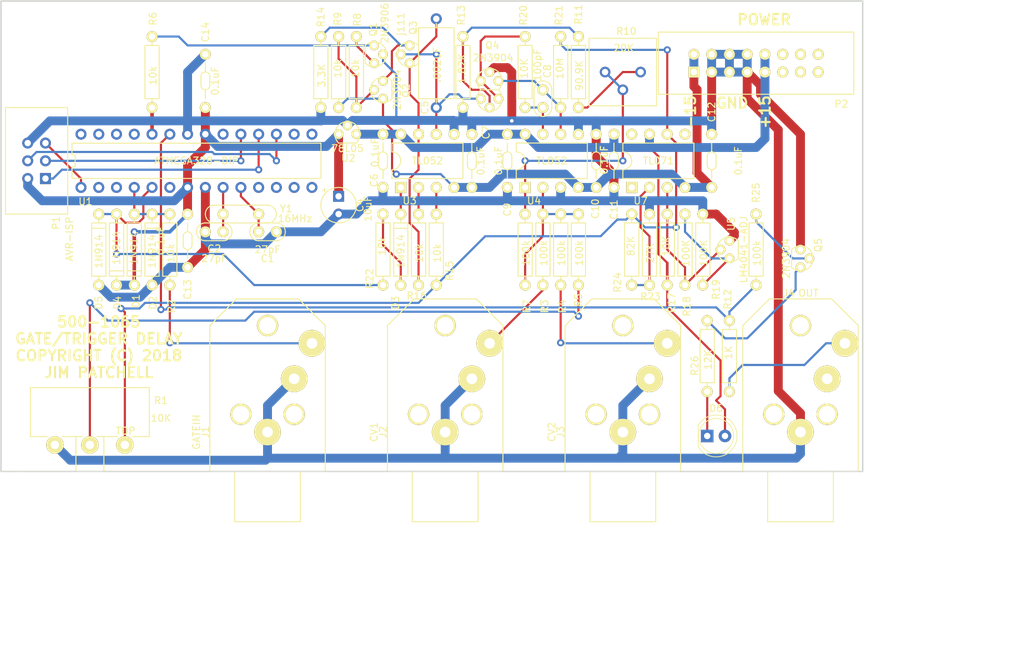
<source format=kicad_pcb>
(kicad_pcb (version 20171130) (host pcbnew "(5.0.1)-3")

  (general
    (thickness 1.6)
    (drawings 18)
    (tracks 386)
    (zones 0)
    (modules 63)
    (nets 44)
  )

  (page A)
  (title_block
    (title "ANALOG TRIGGER/GATE DELAY")
  )

  (layers
    (0 F.Cu signal)
    (31 B.Cu signal)
    (32 B.Adhes user)
    (33 F.Adhes user)
    (34 B.Paste user)
    (35 F.Paste user)
    (36 B.SilkS user)
    (37 F.SilkS user)
    (38 B.Mask user)
    (39 F.Mask user)
    (40 Dwgs.User user)
    (41 Cmts.User user)
    (42 Eco1.User user)
    (43 Eco2.User user)
    (44 Edge.Cuts user)
    (45 Margin user)
    (46 B.CrtYd user)
    (47 F.CrtYd user)
    (48 B.Fab user)
    (49 F.Fab user)
  )

  (setup
    (last_trace_width 0.3048)
    (user_trace_width 0.3048)
    (user_trace_width 0.508)
    (user_trace_width 0.762)
    (user_trace_width 1.016)
    (user_trace_width 1.27)
    (trace_clearance 0.3048)
    (zone_clearance 0.508)
    (zone_45_only no)
    (trace_min 0.2)
    (segment_width 0.2)
    (edge_width 0.15)
    (via_size 1.016)
    (via_drill 0.508)
    (via_min_size 0.4)
    (via_min_drill 0.3)
    (uvia_size 0.3)
    (uvia_drill 0.1)
    (uvias_allowed no)
    (uvia_min_size 0.2)
    (uvia_min_drill 0.1)
    (pcb_text_width 0.3)
    (pcb_text_size 1.5 1.5)
    (mod_edge_width 0.15)
    (mod_text_size 1 1)
    (mod_text_width 0.15)
    (pad_size 1.524 1.524)
    (pad_drill 0.762)
    (pad_to_mask_clearance 0.051)
    (solder_mask_min_width 0.25)
    (aux_axis_origin 0 0)
    (visible_elements 7FFFFFFF)
    (pcbplotparams
      (layerselection 0x010f0_ffffffff)
      (usegerberextensions false)
      (usegerberattributes false)
      (usegerberadvancedattributes false)
      (creategerberjobfile false)
      (excludeedgelayer true)
      (linewidth 0.100000)
      (plotframeref false)
      (viasonmask false)
      (mode 1)
      (useauxorigin false)
      (hpglpennumber 1)
      (hpglpenspeed 20)
      (hpglpendiameter 15.000000)
      (psnegative false)
      (psa4output false)
      (plotreference true)
      (plotvalue true)
      (plotinvisibletext false)
      (padsonsilk false)
      (subtractmaskfromsilk false)
      (outputformat 1)
      (mirror false)
      (drillshape 0)
      (scaleselection 1)
      (outputdirectory "FAB/"))
  )

  (net 0 "")
  (net 1 GND)
  (net 2 "Net-(C1-Pad1)")
  (net 3 "Net-(C2-Pad1)")
  (net 4 +15V0)
  (net 5 VCC)
  (net 6 "Net-(C5-Pad1)")
  (net 7 "Net-(C5-Pad2)")
  (net 8 -15V0)
  (net 9 "Net-(C8-Pad1)")
  (net 10 "Net-(C8-Pad2)")
  (net 11 "Net-(D1-Pad2)")
  (net 12 "Net-(D3-Pad1)")
  (net 13 "Net-(D3-Pad2)")
  (net 14 "Net-(D4-Pad2)")
  (net 15 "Net-(J1-Pad3)")
  (net 16 "Net-(J2-Pad3)")
  (net 17 "Net-(J3-Pad3)")
  (net 18 "Net-(J4-Pad3)")
  (net 19 "Net-(P1-Pad1)")
  (net 20 "Net-(P1-Pad4)")
  (net 21 "Net-(P1-Pad3)")
  (net 22 "Net-(P1-Pad5)")
  (net 23 "Net-(Q1-Pad1)")
  (net 24 "Net-(Q1-Pad3)")
  (net 25 "Net-(Q2-Pad3)")
  (net 26 "Net-(Q2-Pad2)")
  (net 27 "Net-(Q4-Pad2)")
  (net 28 "Net-(Q4-Pad1)")
  (net 29 "Net-(R1-Pad2)")
  (net 30 "Net-(R1-Pad1)")
  (net 31 "Net-(R3-Pad2)")
  (net 32 "Net-(R6-Pad1)")
  (net 33 "Net-(R10-Pad1)")
  (net 34 "Net-(R10-Pad3)")
  (net 35 "Net-(R15-Pad2)")
  (net 36 "Net-(R16-Pad2)")
  (net 37 "Net-(R17-Pad1)")
  (net 38 "Net-(R18-Pad2)")
  (net 39 "Net-(R23-Pad1)")
  (net 40 "Net-(Q5-Pad2)")
  (net 41 "Net-(Q5-Pad3)")
  (net 42 /OUT)
  (net 43 "Net-(D6-Pad1)")

  (net_class Default "This is the default net class."
    (clearance 0.3048)
    (trace_width 0.3048)
    (via_dia 1.016)
    (via_drill 0.508)
    (uvia_dia 0.3)
    (uvia_drill 0.1)
    (add_net /OUT)
    (add_net "Net-(C1-Pad1)")
    (add_net "Net-(C2-Pad1)")
    (add_net "Net-(C5-Pad1)")
    (add_net "Net-(C5-Pad2)")
    (add_net "Net-(C8-Pad1)")
    (add_net "Net-(C8-Pad2)")
    (add_net "Net-(D1-Pad2)")
    (add_net "Net-(D3-Pad1)")
    (add_net "Net-(D3-Pad2)")
    (add_net "Net-(D4-Pad2)")
    (add_net "Net-(D6-Pad1)")
    (add_net "Net-(J1-Pad3)")
    (add_net "Net-(J2-Pad3)")
    (add_net "Net-(J3-Pad3)")
    (add_net "Net-(J4-Pad3)")
    (add_net "Net-(P1-Pad1)")
    (add_net "Net-(P1-Pad3)")
    (add_net "Net-(P1-Pad4)")
    (add_net "Net-(P1-Pad5)")
    (add_net "Net-(Q1-Pad1)")
    (add_net "Net-(Q1-Pad3)")
    (add_net "Net-(Q2-Pad2)")
    (add_net "Net-(Q2-Pad3)")
    (add_net "Net-(Q4-Pad1)")
    (add_net "Net-(Q4-Pad2)")
    (add_net "Net-(Q5-Pad2)")
    (add_net "Net-(Q5-Pad3)")
    (add_net "Net-(R1-Pad1)")
    (add_net "Net-(R1-Pad2)")
    (add_net "Net-(R10-Pad1)")
    (add_net "Net-(R10-Pad3)")
    (add_net "Net-(R15-Pad2)")
    (add_net "Net-(R16-Pad2)")
    (add_net "Net-(R17-Pad1)")
    (add_net "Net-(R18-Pad2)")
    (add_net "Net-(R23-Pad1)")
    (add_net "Net-(R3-Pad2)")
    (add_net "Net-(R6-Pad1)")
  )

  (net_class POWER ""
    (clearance 0.3048)
    (trace_width 1.27)
    (via_dia 1.016)
    (via_drill 0.508)
    (uvia_dia 0.3)
    (uvia_drill 0.1)
    (add_net +15V0)
    (add_net -15V0)
    (add_net GND)
    (add_net VCC)
  )

  (module FootPrints:IDC3X2 (layer F.Cu) (tedit 5C26C1B9) (tstamp 5C26A4D0)
    (at 68.58 57.15 90)
    (path /5C109AE1)
    (fp_text reference P1 (at -8.89 2.794 270) (layer F.SilkS)
      (effects (font (size 1 1) (thickness 0.15)))
    )
    (fp_text value AVR-ISP (at -11.176 4.699 90) (layer F.SilkS)
      (effects (font (size 1 1) (thickness 0.15)))
    )
    (fp_line (start 7.62 -4.445) (end 7.62 4.445) (layer F.SilkS) (width 0.15))
    (fp_line (start -7.62 4.445) (end -7.62 -4.445) (layer F.SilkS) (width 0.15))
    (fp_line (start 7.62 4.445) (end -7.62 4.445) (layer F.SilkS) (width 0.15))
    (fp_line (start -7.62 -4.445) (end 7.62 -4.445) (layer F.SilkS) (width 0.15))
    (pad 5 thru_hole circle (at 2.54 1.27 90) (size 1.5748 1.5748) (drill 0.9144) (layers *.Cu *.Mask)
      (net 22 "Net-(P1-Pad5)"))
    (pad 6 thru_hole circle (at 2.54 -1.27 90) (size 1.5748 1.5748) (drill 0.9144) (layers *.Cu *.Mask)
      (net 1 GND))
    (pad 3 thru_hole circle (at 0 1.27 90) (size 1.5748 1.5748) (drill 0.9144) (layers *.Cu *.Mask)
      (net 21 "Net-(P1-Pad3)"))
    (pad 4 thru_hole circle (at 0 -1.27 90) (size 1.5748 1.5748) (drill 0.9144) (layers *.Cu *.Mask)
      (net 20 "Net-(P1-Pad4)"))
    (pad 1 thru_hole rect (at -2.54 1.27 90) (size 1.5748 1.5748) (drill 0.9144) (layers *.Cu *.Mask)
      (net 19 "Net-(P1-Pad1)"))
    (pad 2 thru_hole circle (at -2.54 -1.27 90) (size 1.5748 1.5748) (drill 0.9144) (layers *.Cu *.Mask)
      (net 5 VCC))
  )

  (module FootPrints:CAP-0.1 (layer F.Cu) (tedit 56D66FB6) (tstamp 5C26A3C2)
    (at 101.6 67.31)
    (path /5C18EE93)
    (fp_text reference C1 (at 0 3.81) (layer F.SilkS)
      (effects (font (size 1 1) (thickness 0.15)))
    )
    (fp_text value 27pF (at 0 2.54) (layer F.SilkS)
      (effects (font (size 1 1) (thickness 0.15)))
    )
    (fp_line (start -1.27 -1.27) (end 1.27 -1.27) (layer F.SilkS) (width 0.15))
    (fp_line (start 1.27 1.27) (end -1.27 1.27) (layer F.SilkS) (width 0.15))
    (fp_arc (start -1.27 0) (end -1.27 1.27) (angle 90) (layer F.SilkS) (width 0.15))
    (fp_arc (start -1.27 0) (end -2.54 0) (angle 90) (layer F.SilkS) (width 0.15))
    (fp_arc (start 1.27 0) (end 1.27 -1.27) (angle 90) (layer F.SilkS) (width 0.15))
    (fp_arc (start 1.27 0) (end 2.54 0) (angle 90) (layer F.SilkS) (width 0.15))
    (pad 2 thru_hole circle (at 1.27 0) (size 1.5748 1.5748) (drill 0.9144) (layers *.Cu *.Mask F.SilkS)
      (net 1 GND))
    (pad 1 thru_hole circle (at -1.27 0) (size 1.5748 1.5748) (drill 0.9144) (layers *.Cu *.Mask F.SilkS)
      (net 2 "Net-(C1-Pad1)"))
  )

  (module FootPrints:CAP-0.1 (layer F.Cu) (tedit 56D66FB6) (tstamp 5C26A3CE)
    (at 93.98 67.31 180)
    (path /5C18F1B2)
    (fp_text reference C2 (at 0 -2.413 180) (layer F.SilkS)
      (effects (font (size 1 1) (thickness 0.15)))
    )
    (fp_text value 27pF (at 0 -3.81 180) (layer F.SilkS)
      (effects (font (size 1 1) (thickness 0.15)))
    )
    (fp_arc (start 1.27 0) (end 2.54 0) (angle 90) (layer F.SilkS) (width 0.15))
    (fp_arc (start 1.27 0) (end 1.27 -1.27) (angle 90) (layer F.SilkS) (width 0.15))
    (fp_arc (start -1.27 0) (end -2.54 0) (angle 90) (layer F.SilkS) (width 0.15))
    (fp_arc (start -1.27 0) (end -1.27 1.27) (angle 90) (layer F.SilkS) (width 0.15))
    (fp_line (start 1.27 1.27) (end -1.27 1.27) (layer F.SilkS) (width 0.15))
    (fp_line (start -1.27 -1.27) (end 1.27 -1.27) (layer F.SilkS) (width 0.15))
    (pad 1 thru_hole circle (at -1.27 0 180) (size 1.5748 1.5748) (drill 0.9144) (layers *.Cu *.Mask F.SilkS)
      (net 3 "Net-(C2-Pad1)"))
    (pad 2 thru_hole circle (at 1.27 0 180) (size 1.5748 1.5748) (drill 0.9144) (layers *.Cu *.Mask F.SilkS)
      (net 1 GND))
  )

  (module FootPrints:Cap-Pol-Rad-0.2_0.1 (layer F.Cu) (tedit 58AA21B9) (tstamp 5C26A3E5)
    (at 111.76 63.5 90)
    (path /5C27BD82)
    (fp_text reference C4 (at 0 3.04 90) (layer F.SilkS)
      (effects (font (size 1 1) (thickness 0.15)))
    )
    (fp_text value 10uF (at -0.508 4.191 90) (layer F.SilkS)
      (effects (font (size 1 1) (thickness 0.15)))
    )
    (fp_line (start 2.413 -2.032) (end 1.905 -2.032) (layer F.SilkS) (width 0.15))
    (fp_line (start 2.159 -2.286) (end 2.159 -1.778) (layer F.SilkS) (width 0.15))
    (fp_circle (center 0 0) (end 2.54 0) (layer F.SilkS) (width 0.15))
    (pad 2 thru_hole circle (at -1.27 0 90) (size 1.5748 1.5748) (drill 0.9144) (layers *.Cu *.Mask)
      (net 1 GND))
    (pad 1 thru_hole rect (at 1.27 0 90) (size 1.5748 1.5748) (drill 0.9144) (layers *.Cu *.Mask)
      (net 5 VCC))
  )

  (module FootPrints:CAP-AXIAL-0.5x0.2 (layer F.Cu) (tedit 58BF5972) (tstamp 5C26A3F1)
    (at 128.27 44.45 90)
    (path /5C146C3E)
    (fp_text reference C5 (at -5.08 -4.191 90) (layer F.SilkS)
      (effects (font (size 1 1) (thickness 0.15)))
    )
    (fp_text value .002uF (at 1.016 -2.413 90) (layer F.SilkS)
      (effects (font (size 1 1) (thickness 0.15)))
    )
    (fp_line (start 6.35 -5.08) (end -3.81 -5.08) (layer F.SilkS) (width 0.15))
    (fp_line (start -3.81 -5.08) (end -3.81 0) (layer F.SilkS) (width 0.15))
    (fp_line (start -3.81 0) (end 6.35 0) (layer F.SilkS) (width 0.15))
    (fp_line (start 6.35 0) (end 6.35 -5.08) (layer F.SilkS) (width 0.15))
    (fp_line (start 6.35 -2.54) (end 6.985 -2.54) (layer F.SilkS) (width 0.15))
    (fp_line (start -3.81 -2.54) (end -4.445 -2.54) (layer F.SilkS) (width 0.15))
    (pad 1 thru_hole circle (at -5.08 -2.54 90) (size 1.5748 1.5748) (drill 0.9144) (layers *.Cu *.Mask)
      (net 6 "Net-(C5-Pad1)"))
    (pad 2 thru_hole circle (at 7.62 -2.54 90) (size 1.5748 1.5748) (drill 0.9144) (layers *.Cu *.Mask)
      (net 7 "Net-(C5-Pad2)"))
  )

  (module FootPrints:CAP-Bypass-0_3 (layer F.Cu) (tedit 56B42E37) (tstamp 5C26A3FF)
    (at 118.11 57.15 270)
    (path /5C2418D4)
    (fp_text reference C6 (at 2.794 1.27 270) (layer F.SilkS)
      (effects (font (size 1 1) (thickness 0.15)))
    )
    (fp_text value 0.1uF (at -1.143 1.143 270) (layer F.SilkS)
      (effects (font (size 1 1) (thickness 0.15)))
    )
    (fp_arc (start 0.635 0) (end 1.27 0) (angle 90) (layer F.SilkS) (width 0.15))
    (fp_arc (start 0.635 0) (end 0.635 -0.635) (angle 90) (layer F.SilkS) (width 0.15))
    (fp_arc (start -0.635 0) (end -0.635 0.635) (angle 90) (layer F.SilkS) (width 0.15))
    (fp_arc (start -0.635 0) (end -1.27 0) (angle 90) (layer F.SilkS) (width 0.15))
    (fp_line (start -0.635 0.635) (end 0.635 0.635) (layer F.SilkS) (width 0.15))
    (fp_line (start -0.635 -0.635) (end 0.635 -0.635) (layer F.SilkS) (width 0.15))
    (fp_line (start 2.54 0) (end 1.27 0) (layer F.SilkS) (width 0.15))
    (fp_line (start -2.54 0) (end -1.27 0) (layer F.SilkS) (width 0.15))
    (pad 1 thru_hole circle (at -3.81 0 270) (size 1.5748 1.5748) (drill 0.9144) (layers *.Cu *.Mask F.SilkS)
      (net 4 +15V0))
    (pad 2 thru_hole circle (at 3.81 0 270) (size 1.5748 1.5748) (drill 0.9144) (layers *.Cu *.Mask F.SilkS)
      (net 1 GND))
  )

  (module FootPrints:CAP-Bypass-0_3 (layer F.Cu) (tedit 56B42E37) (tstamp 5C26A40D)
    (at 130.81 57.15 90)
    (path /5C241A4A)
    (fp_text reference C7 (at 4.064 2.032 90) (layer F.SilkS)
      (effects (font (size 1 1) (thickness 0.15)))
    )
    (fp_text value 0.1uF (at 0 3.81 90) (layer F.SilkS)
      (effects (font (size 1 1) (thickness 0.15)))
    )
    (fp_line (start -2.54 0) (end -1.27 0) (layer F.SilkS) (width 0.15))
    (fp_line (start 2.54 0) (end 1.27 0) (layer F.SilkS) (width 0.15))
    (fp_line (start -0.635 -0.635) (end 0.635 -0.635) (layer F.SilkS) (width 0.15))
    (fp_line (start -0.635 0.635) (end 0.635 0.635) (layer F.SilkS) (width 0.15))
    (fp_arc (start -0.635 0) (end -1.27 0) (angle 90) (layer F.SilkS) (width 0.15))
    (fp_arc (start -0.635 0) (end -0.635 0.635) (angle 90) (layer F.SilkS) (width 0.15))
    (fp_arc (start 0.635 0) (end 0.635 -0.635) (angle 90) (layer F.SilkS) (width 0.15))
    (fp_arc (start 0.635 0) (end 1.27 0) (angle 90) (layer F.SilkS) (width 0.15))
    (pad 2 thru_hole circle (at 3.81 0 90) (size 1.5748 1.5748) (drill 0.9144) (layers *.Cu *.Mask F.SilkS)
      (net 1 GND))
    (pad 1 thru_hole circle (at -3.81 0 90) (size 1.5748 1.5748) (drill 0.9144) (layers *.Cu *.Mask F.SilkS)
      (net 8 -15V0))
  )

  (module FootPrints:CAP-0.1 (layer F.Cu) (tedit 56D66FB6) (tstamp 5C26A419)
    (at 140.97 48.26 270)
    (path /5C180833)
    (fp_text reference C8 (at -3.937 -0.635 270) (layer F.SilkS)
      (effects (font (size 1 1) (thickness 0.15)))
    )
    (fp_text value 100pF (at -4.826 0.762 270) (layer F.SilkS)
      (effects (font (size 1 1) (thickness 0.15)))
    )
    (fp_arc (start 1.27 0) (end 2.54 0) (angle 90) (layer F.SilkS) (width 0.15))
    (fp_arc (start 1.27 0) (end 1.27 -1.27) (angle 90) (layer F.SilkS) (width 0.15))
    (fp_arc (start -1.27 0) (end -2.54 0) (angle 90) (layer F.SilkS) (width 0.15))
    (fp_arc (start -1.27 0) (end -1.27 1.27) (angle 90) (layer F.SilkS) (width 0.15))
    (fp_line (start 1.27 1.27) (end -1.27 1.27) (layer F.SilkS) (width 0.15))
    (fp_line (start -1.27 -1.27) (end 1.27 -1.27) (layer F.SilkS) (width 0.15))
    (pad 1 thru_hole circle (at -1.27 0 270) (size 1.5748 1.5748) (drill 0.9144) (layers *.Cu *.Mask F.SilkS)
      (net 9 "Net-(C8-Pad1)"))
    (pad 2 thru_hole circle (at 1.27 0 270) (size 1.5748 1.5748) (drill 0.9144) (layers *.Cu *.Mask F.SilkS)
      (net 10 "Net-(C8-Pad2)"))
  )

  (module FootPrints:CAP-Bypass-0_3 (layer F.Cu) (tedit 56B42E37) (tstamp 5C26A427)
    (at 135.89 57.15 270)
    (path /5C27A104)
    (fp_text reference C9 (at 6.985 0 270) (layer F.SilkS)
      (effects (font (size 1 1) (thickness 0.15)))
    )
    (fp_text value 0.1uF (at 0 3.81 270) (layer F.SilkS)
      (effects (font (size 1 1) (thickness 0.15)))
    )
    (fp_arc (start 0.635 0) (end 1.27 0) (angle 90) (layer F.SilkS) (width 0.15))
    (fp_arc (start 0.635 0) (end 0.635 -0.635) (angle 90) (layer F.SilkS) (width 0.15))
    (fp_arc (start -0.635 0) (end -0.635 0.635) (angle 90) (layer F.SilkS) (width 0.15))
    (fp_arc (start -0.635 0) (end -1.27 0) (angle 90) (layer F.SilkS) (width 0.15))
    (fp_line (start -0.635 0.635) (end 0.635 0.635) (layer F.SilkS) (width 0.15))
    (fp_line (start -0.635 -0.635) (end 0.635 -0.635) (layer F.SilkS) (width 0.15))
    (fp_line (start 2.54 0) (end 1.27 0) (layer F.SilkS) (width 0.15))
    (fp_line (start -2.54 0) (end -1.27 0) (layer F.SilkS) (width 0.15))
    (pad 1 thru_hole circle (at -3.81 0 270) (size 1.5748 1.5748) (drill 0.9144) (layers *.Cu *.Mask F.SilkS)
      (net 4 +15V0))
    (pad 2 thru_hole circle (at 3.81 0 270) (size 1.5748 1.5748) (drill 0.9144) (layers *.Cu *.Mask F.SilkS)
      (net 1 GND))
  )

  (module FootPrints:CAP-Bypass-0_3 (layer F.Cu) (tedit 56B42E37) (tstamp 5C26A435)
    (at 148.59 57.15 90)
    (path /5C27A10A)
    (fp_text reference C10 (at -6.858 -0.127 90) (layer F.SilkS)
      (effects (font (size 1 1) (thickness 0.15)))
    )
    (fp_text value 0.1uF (at 0.127 1.143 90) (layer F.SilkS)
      (effects (font (size 1 1) (thickness 0.15)))
    )
    (fp_line (start -2.54 0) (end -1.27 0) (layer F.SilkS) (width 0.15))
    (fp_line (start 2.54 0) (end 1.27 0) (layer F.SilkS) (width 0.15))
    (fp_line (start -0.635 -0.635) (end 0.635 -0.635) (layer F.SilkS) (width 0.15))
    (fp_line (start -0.635 0.635) (end 0.635 0.635) (layer F.SilkS) (width 0.15))
    (fp_arc (start -0.635 0) (end -1.27 0) (angle 90) (layer F.SilkS) (width 0.15))
    (fp_arc (start -0.635 0) (end -0.635 0.635) (angle 90) (layer F.SilkS) (width 0.15))
    (fp_arc (start 0.635 0) (end 0.635 -0.635) (angle 90) (layer F.SilkS) (width 0.15))
    (fp_arc (start 0.635 0) (end 1.27 0) (angle 90) (layer F.SilkS) (width 0.15))
    (pad 2 thru_hole circle (at 3.81 0 90) (size 1.5748 1.5748) (drill 0.9144) (layers *.Cu *.Mask F.SilkS)
      (net 1 GND))
    (pad 1 thru_hole circle (at -3.81 0 90) (size 1.5748 1.5748) (drill 0.9144) (layers *.Cu *.Mask F.SilkS)
      (net 8 -15V0))
  )

  (module FootPrints:DIODE0.4 (layer F.Cu) (tedit 56BA2633) (tstamp 5C26A442)
    (at 82.55 69.85 90)
    (path /5C141D95)
    (fp_text reference D1 (at -7.366 0.254 90) (layer F.SilkS)
      (effects (font (size 1 1) (thickness 0.15)))
    )
    (fp_text value 1N914 (at 0.254 0 90) (layer F.SilkS)
      (effects (font (size 1 1) (thickness 0.15)))
    )
    (fp_line (start 3.81 -1.016) (end -3.81 -1.016) (layer F.SilkS) (width 0.15))
    (fp_line (start -3.81 1.016) (end 3.81 1.016) (layer F.SilkS) (width 0.15))
    (fp_line (start 4.445 0) (end 3.81 0) (layer F.SilkS) (width 0.15))
    (fp_line (start -3.81 0) (end -4.318 0) (layer F.SilkS) (width 0.15))
    (fp_line (start 3.81 -1.016) (end 3.81 1.016) (layer F.SilkS) (width 0.15))
    (fp_line (start -3.81 -1.016) (end -3.81 1.016) (layer F.SilkS) (width 0.15))
    (fp_line (start -3.048 1.016) (end -3.048 -1.016) (layer F.SilkS) (width 0.15))
    (pad 2 thru_hole circle (at 5.08 0 90) (size 1.5748 1.5748) (drill 0.9144) (layers *.Cu *.Mask F.SilkS)
      (net 11 "Net-(D1-Pad2)"))
    (pad 1 thru_hole circle (at -5.08 0 90) (size 1.5748 1.5748) (drill 0.9144) (layers *.Cu *.Mask F.SilkS)
      (net 5 VCC))
  )

  (module FootPrints:DIODE0.4 (layer F.Cu) (tedit 56BA2633) (tstamp 5C26A44F)
    (at 85.09 69.85 270)
    (path /5C141FF5)
    (fp_text reference D2 (at 7.62 -0.127 270) (layer F.SilkS)
      (effects (font (size 1 1) (thickness 0.15)))
    )
    (fp_text value 1N914 (at 0.254 0 270) (layer F.SilkS)
      (effects (font (size 1 1) (thickness 0.15)))
    )
    (fp_line (start -3.048 1.016) (end -3.048 -1.016) (layer F.SilkS) (width 0.15))
    (fp_line (start -3.81 -1.016) (end -3.81 1.016) (layer F.SilkS) (width 0.15))
    (fp_line (start 3.81 -1.016) (end 3.81 1.016) (layer F.SilkS) (width 0.15))
    (fp_line (start -3.81 0) (end -4.318 0) (layer F.SilkS) (width 0.15))
    (fp_line (start 4.445 0) (end 3.81 0) (layer F.SilkS) (width 0.15))
    (fp_line (start -3.81 1.016) (end 3.81 1.016) (layer F.SilkS) (width 0.15))
    (fp_line (start 3.81 -1.016) (end -3.81 -1.016) (layer F.SilkS) (width 0.15))
    (pad 1 thru_hole circle (at -5.08 0 270) (size 1.5748 1.5748) (drill 0.9144) (layers *.Cu *.Mask F.SilkS)
      (net 11 "Net-(D1-Pad2)"))
    (pad 2 thru_hole circle (at 5.08 0 270) (size 1.5748 1.5748) (drill 0.9144) (layers *.Cu *.Mask F.SilkS)
      (net 1 GND))
  )

  (module FootPrints:DIODE0.4 (layer F.Cu) (tedit 56BA2633) (tstamp 5C26A45C)
    (at 120.65 69.85 270)
    (path /5C14CD2D)
    (fp_text reference D3 (at 7.62 0.762 270) (layer F.SilkS)
      (effects (font (size 1 1) (thickness 0.15)))
    )
    (fp_text value 1N914 (at 0.254 0 270) (layer F.SilkS)
      (effects (font (size 1 1) (thickness 0.15)))
    )
    (fp_line (start -3.048 1.016) (end -3.048 -1.016) (layer F.SilkS) (width 0.15))
    (fp_line (start -3.81 -1.016) (end -3.81 1.016) (layer F.SilkS) (width 0.15))
    (fp_line (start 3.81 -1.016) (end 3.81 1.016) (layer F.SilkS) (width 0.15))
    (fp_line (start -3.81 0) (end -4.318 0) (layer F.SilkS) (width 0.15))
    (fp_line (start 4.445 0) (end 3.81 0) (layer F.SilkS) (width 0.15))
    (fp_line (start -3.81 1.016) (end 3.81 1.016) (layer F.SilkS) (width 0.15))
    (fp_line (start 3.81 -1.016) (end -3.81 -1.016) (layer F.SilkS) (width 0.15))
    (pad 1 thru_hole circle (at -5.08 0 270) (size 1.5748 1.5748) (drill 0.9144) (layers *.Cu *.Mask F.SilkS)
      (net 12 "Net-(D3-Pad1)"))
    (pad 2 thru_hole circle (at 5.08 0 270) (size 1.5748 1.5748) (drill 0.9144) (layers *.Cu *.Mask F.SilkS)
      (net 13 "Net-(D3-Pad2)"))
  )

  (module FootPrints:DIODE0.4 (layer F.Cu) (tedit 56BA2633) (tstamp 5C26A469)
    (at 80.01 69.85 90)
    (path /5C14CEF1)
    (fp_text reference D4 (at -7.62 0.127 90) (layer F.SilkS)
      (effects (font (size 1 1) (thickness 0.15)))
    )
    (fp_text value 1N914 (at 0.254 0 90) (layer F.SilkS)
      (effects (font (size 1 1) (thickness 0.15)))
    )
    (fp_line (start 3.81 -1.016) (end -3.81 -1.016) (layer F.SilkS) (width 0.15))
    (fp_line (start -3.81 1.016) (end 3.81 1.016) (layer F.SilkS) (width 0.15))
    (fp_line (start 4.445 0) (end 3.81 0) (layer F.SilkS) (width 0.15))
    (fp_line (start -3.81 0) (end -4.318 0) (layer F.SilkS) (width 0.15))
    (fp_line (start 3.81 -1.016) (end 3.81 1.016) (layer F.SilkS) (width 0.15))
    (fp_line (start -3.81 -1.016) (end -3.81 1.016) (layer F.SilkS) (width 0.15))
    (fp_line (start -3.048 1.016) (end -3.048 -1.016) (layer F.SilkS) (width 0.15))
    (pad 2 thru_hole circle (at 5.08 0 90) (size 1.5748 1.5748) (drill 0.9144) (layers *.Cu *.Mask F.SilkS)
      (net 14 "Net-(D4-Pad2)"))
    (pad 1 thru_hole circle (at -5.08 0 90) (size 1.5748 1.5748) (drill 0.9144) (layers *.Cu *.Mask F.SilkS)
      (net 5 VCC))
  )

  (module FootPrints:DIODE0.4 (layer F.Cu) (tedit 56BA2633) (tstamp 5C26A476)
    (at 77.47 69.85 270)
    (path /5C14CE6F)
    (fp_text reference D5 (at 7.62 0 270) (layer F.SilkS)
      (effects (font (size 1 1) (thickness 0.15)))
    )
    (fp_text value 1N914 (at 0.254 0 270) (layer F.SilkS)
      (effects (font (size 1 1) (thickness 0.15)))
    )
    (fp_line (start -3.048 1.016) (end -3.048 -1.016) (layer F.SilkS) (width 0.15))
    (fp_line (start -3.81 -1.016) (end -3.81 1.016) (layer F.SilkS) (width 0.15))
    (fp_line (start 3.81 -1.016) (end 3.81 1.016) (layer F.SilkS) (width 0.15))
    (fp_line (start -3.81 0) (end -4.318 0) (layer F.SilkS) (width 0.15))
    (fp_line (start 4.445 0) (end 3.81 0) (layer F.SilkS) (width 0.15))
    (fp_line (start -3.81 1.016) (end 3.81 1.016) (layer F.SilkS) (width 0.15))
    (fp_line (start 3.81 -1.016) (end -3.81 -1.016) (layer F.SilkS) (width 0.15))
    (pad 1 thru_hole circle (at -5.08 0 270) (size 1.5748 1.5748) (drill 0.9144) (layers *.Cu *.Mask F.SilkS)
      (net 14 "Net-(D4-Pad2)"))
    (pad 2 thru_hole circle (at 5.08 0 270) (size 1.5748 1.5748) (drill 0.9144) (layers *.Cu *.Mask F.SilkS)
      (net 1 GND))
  )

  (module FootPrints:PHONE-SC112A (layer F.Cu) (tedit 5B497D3B) (tstamp 5C26A489)
    (at 101.6 101.6 270)
    (path /5C109839)
    (fp_text reference J1 (at -5.6388 8.89 270) (layer F.SilkS)
      (effects (font (size 1 1) (thickness 0.15)))
    )
    (fp_text value GATEIN (at -5.6388 10.16 270) (layer F.SilkS)
      (effects (font (size 1 1) (thickness 0.15)))
    )
    (fp_line (start -20.8788 8.255) (end -24.6888 4.445) (layer F.SilkS) (width 0.15))
    (fp_line (start 0 8.255) (end -20.8788 8.255) (layer F.SilkS) (width 0.15))
    (fp_line (start 0 -8.255) (end 0 8.255) (layer F.SilkS) (width 0.15))
    (fp_line (start -20.8788 -8.255) (end 0 -8.255) (layer F.SilkS) (width 0.15))
    (fp_line (start -24.6888 -4.445) (end -20.8788 -8.255) (layer F.SilkS) (width 0.15))
    (fp_line (start -24.6888 4.445) (end -24.6888 -4.445) (layer F.SilkS) (width 0.15))
    (fp_line (start 7.1882 4.699) (end 0 4.699) (layer F.SilkS) (width 0.15))
    (fp_line (start 7.1882 -4.699) (end 7.1882 4.699) (layer F.SilkS) (width 0.15))
    (fp_line (start 0 -4.699) (end 7.1882 -4.699) (layer F.SilkS) (width 0.15))
    (pad "" thru_hole circle (at -8.1788 3.81 270) (size 3.048 3.048) (drill 2.413) (layers *.Cu *.Mask F.SilkS))
    (pad "" thru_hole circle (at -20.8788 0 270) (size 3.048 3.048) (drill 2.413) (layers *.Cu *.Mask F.SilkS))
    (pad 3 thru_hole circle (at -18.3388 -6.35 270) (size 3.81 3.81) (drill 1.524) (layers *.Cu *.Mask F.SilkS)
      (net 15 "Net-(J1-Pad3)"))
    (pad 2 thru_hole circle (at -13.2588 -3.81 270) (size 3.81 3.81) (drill 1.524) (layers *.Cu *.Mask F.SilkS)
      (net 1 GND))
    (pad "" thru_hole circle (at -8.1788 -3.81 270) (size 3.048 3.048) (drill 2.413) (layers *.Cu *.Mask F.SilkS))
    (pad 1 thru_hole circle (at -5.6388 0 270) (size 3.81 3.81) (drill 1.524) (layers *.Cu *.Mask F.SilkS)
      (net 1 GND))
  )

  (module FootPrints:PHONE-SC112A (layer F.Cu) (tedit 5B497D3B) (tstamp 5C26A49C)
    (at 127 101.6 270)
    (path /5C1099A1)
    (fp_text reference J2 (at -5.6388 8.89 270) (layer F.SilkS)
      (effects (font (size 1 1) (thickness 0.15)))
    )
    (fp_text value CV1 (at -5.6388 10.16 270) (layer F.SilkS)
      (effects (font (size 1 1) (thickness 0.15)))
    )
    (fp_line (start 0 -4.699) (end 7.1882 -4.699) (layer F.SilkS) (width 0.15))
    (fp_line (start 7.1882 -4.699) (end 7.1882 4.699) (layer F.SilkS) (width 0.15))
    (fp_line (start 7.1882 4.699) (end 0 4.699) (layer F.SilkS) (width 0.15))
    (fp_line (start -24.6888 4.445) (end -24.6888 -4.445) (layer F.SilkS) (width 0.15))
    (fp_line (start -24.6888 -4.445) (end -20.8788 -8.255) (layer F.SilkS) (width 0.15))
    (fp_line (start -20.8788 -8.255) (end 0 -8.255) (layer F.SilkS) (width 0.15))
    (fp_line (start 0 -8.255) (end 0 8.255) (layer F.SilkS) (width 0.15))
    (fp_line (start 0 8.255) (end -20.8788 8.255) (layer F.SilkS) (width 0.15))
    (fp_line (start -20.8788 8.255) (end -24.6888 4.445) (layer F.SilkS) (width 0.15))
    (pad 1 thru_hole circle (at -5.6388 0 270) (size 3.81 3.81) (drill 1.524) (layers *.Cu *.Mask F.SilkS)
      (net 1 GND))
    (pad "" thru_hole circle (at -8.1788 -3.81 270) (size 3.048 3.048) (drill 2.413) (layers *.Cu *.Mask F.SilkS))
    (pad 2 thru_hole circle (at -13.2588 -3.81 270) (size 3.81 3.81) (drill 1.524) (layers *.Cu *.Mask F.SilkS)
      (net 1 GND))
    (pad 3 thru_hole circle (at -18.3388 -6.35 270) (size 3.81 3.81) (drill 1.524) (layers *.Cu *.Mask F.SilkS)
      (net 16 "Net-(J2-Pad3)"))
    (pad "" thru_hole circle (at -20.8788 0 270) (size 3.048 3.048) (drill 2.413) (layers *.Cu *.Mask F.SilkS))
    (pad "" thru_hole circle (at -8.1788 3.81 270) (size 3.048 3.048) (drill 2.413) (layers *.Cu *.Mask F.SilkS))
  )

  (module FootPrints:PHONE-SC112A (layer F.Cu) (tedit 5B497D3B) (tstamp 5C26A4AF)
    (at 152.4 101.6 270)
    (path /5C1099C5)
    (fp_text reference J3 (at -5.6388 8.89 270) (layer F.SilkS)
      (effects (font (size 1 1) (thickness 0.15)))
    )
    (fp_text value CV2 (at -5.6388 10.16 270) (layer F.SilkS)
      (effects (font (size 1 1) (thickness 0.15)))
    )
    (fp_line (start -20.8788 8.255) (end -24.6888 4.445) (layer F.SilkS) (width 0.15))
    (fp_line (start 0 8.255) (end -20.8788 8.255) (layer F.SilkS) (width 0.15))
    (fp_line (start 0 -8.255) (end 0 8.255) (layer F.SilkS) (width 0.15))
    (fp_line (start -20.8788 -8.255) (end 0 -8.255) (layer F.SilkS) (width 0.15))
    (fp_line (start -24.6888 -4.445) (end -20.8788 -8.255) (layer F.SilkS) (width 0.15))
    (fp_line (start -24.6888 4.445) (end -24.6888 -4.445) (layer F.SilkS) (width 0.15))
    (fp_line (start 7.1882 4.699) (end 0 4.699) (layer F.SilkS) (width 0.15))
    (fp_line (start 7.1882 -4.699) (end 7.1882 4.699) (layer F.SilkS) (width 0.15))
    (fp_line (start 0 -4.699) (end 7.1882 -4.699) (layer F.SilkS) (width 0.15))
    (pad "" thru_hole circle (at -8.1788 3.81 270) (size 3.048 3.048) (drill 2.413) (layers *.Cu *.Mask F.SilkS))
    (pad "" thru_hole circle (at -20.8788 0 270) (size 3.048 3.048) (drill 2.413) (layers *.Cu *.Mask F.SilkS))
    (pad 3 thru_hole circle (at -18.3388 -6.35 270) (size 3.81 3.81) (drill 1.524) (layers *.Cu *.Mask F.SilkS)
      (net 17 "Net-(J3-Pad3)"))
    (pad 2 thru_hole circle (at -13.2588 -3.81 270) (size 3.81 3.81) (drill 1.524) (layers *.Cu *.Mask F.SilkS)
      (net 1 GND))
    (pad "" thru_hole circle (at -8.1788 -3.81 270) (size 3.048 3.048) (drill 2.413) (layers *.Cu *.Mask F.SilkS))
    (pad 1 thru_hole circle (at -5.6388 0 270) (size 3.81 3.81) (drill 1.524) (layers *.Cu *.Mask F.SilkS)
      (net 1 GND))
  )

  (module FootPrints:PHONE-SC112A (layer F.Cu) (tedit 5B497D3B) (tstamp 5C26A4C2)
    (at 177.8 101.6 270)
    (path /5C1099ED)
    (fp_text reference J4 (at -25.527 1.651) (layer F.SilkS)
      (effects (font (size 1 1) (thickness 0.15)))
    )
    (fp_text value OUT (at -25.527 -1.143) (layer F.SilkS)
      (effects (font (size 1 1) (thickness 0.15)))
    )
    (fp_line (start 0 -4.699) (end 7.1882 -4.699) (layer F.SilkS) (width 0.15))
    (fp_line (start 7.1882 -4.699) (end 7.1882 4.699) (layer F.SilkS) (width 0.15))
    (fp_line (start 7.1882 4.699) (end 0 4.699) (layer F.SilkS) (width 0.15))
    (fp_line (start -24.6888 4.445) (end -24.6888 -4.445) (layer F.SilkS) (width 0.15))
    (fp_line (start -24.6888 -4.445) (end -20.8788 -8.255) (layer F.SilkS) (width 0.15))
    (fp_line (start -20.8788 -8.255) (end 0 -8.255) (layer F.SilkS) (width 0.15))
    (fp_line (start 0 -8.255) (end 0 8.255) (layer F.SilkS) (width 0.15))
    (fp_line (start 0 8.255) (end -20.8788 8.255) (layer F.SilkS) (width 0.15))
    (fp_line (start -20.8788 8.255) (end -24.6888 4.445) (layer F.SilkS) (width 0.15))
    (pad 1 thru_hole circle (at -5.6388 0 270) (size 3.81 3.81) (drill 1.524) (layers *.Cu *.Mask F.SilkS)
      (net 1 GND))
    (pad "" thru_hole circle (at -8.1788 -3.81 270) (size 3.048 3.048) (drill 2.413) (layers *.Cu *.Mask F.SilkS))
    (pad 2 thru_hole circle (at -13.2588 -3.81 270) (size 3.81 3.81) (drill 1.524) (layers *.Cu *.Mask F.SilkS))
    (pad 3 thru_hole circle (at -18.3388 -6.35 270) (size 3.81 3.81) (drill 1.524) (layers *.Cu *.Mask F.SilkS)
      (net 18 "Net-(J4-Pad3)"))
    (pad "" thru_hole circle (at -20.8788 0 270) (size 3.048 3.048) (drill 2.413) (layers *.Cu *.Mask F.SilkS))
    (pad "" thru_hole circle (at -8.1788 3.81 270) (size 3.048 3.048) (drill 2.413) (layers *.Cu *.Mask F.SilkS))
  )

  (module FootPrints:IDC8x2_Vert (layer F.Cu) (tedit 5C27DF0A) (tstamp 5C26A4F0)
    (at 171.45 43.18 180)
    (path /5C1EDC61)
    (fp_text reference P2 (at -12.192 -5.842 180) (layer F.SilkS)
      (effects (font (size 1 1) (thickness 0.15)))
    )
    (fp_text value EurorackPower16pin (at -1.905 10.668 180) (layer F.SilkS) hide
      (effects (font (size 1 1) (thickness 0.15)))
    )
    (fp_line (start -13.97 3.81) (end -13.97 4.445) (layer F.SilkS) (width 0.15))
    (fp_line (start -13.97 4.445) (end 13.97 4.445) (layer F.SilkS) (width 0.15))
    (fp_line (start 13.97 4.445) (end 13.97 3.81) (layer F.SilkS) (width 0.15))
    (fp_line (start 13.97 -3.81) (end 13.97 -4.445) (layer F.SilkS) (width 0.15))
    (fp_line (start 13.97 -4.445) (end -13.97 -4.445) (layer F.SilkS) (width 0.15))
    (fp_line (start -13.97 -4.445) (end -13.97 -3.81) (layer F.SilkS) (width 0.15))
    (fp_line (start 13.97 2.54) (end 13.97 3.81) (layer F.SilkS) (width 0.15))
    (fp_line (start -13.97 3.81) (end -13.97 2.54) (layer F.SilkS) (width 0.15))
    (fp_line (start -13.97 -2.54) (end -13.97 -3.81) (layer F.SilkS) (width 0.15))
    (fp_line (start 13.97 -3.81) (end 13.97 -2.54) (layer F.SilkS) (width 0.15))
    (fp_line (start -13.97 2.54) (end -13.97 -2.54) (layer F.SilkS) (width 0.15))
    (fp_line (start 13.97 -2.54) (end 13.97 2.54) (layer F.SilkS) (width 0.15))
    (pad 1 thru_hole rect (at 8.89 -1.27 180) (size 1.5748 1.5748) (drill 0.9144) (layers *.Cu *.Mask F.SilkS)
      (net 8 -15V0))
    (pad 2 thru_hole circle (at 8.89 1.27 180) (size 1.5748 1.5748) (drill 0.9144) (layers *.Cu *.Mask F.SilkS)
      (net 8 -15V0))
    (pad 3 thru_hole circle (at 6.35 -1.27 180) (size 1.5748 1.5748) (drill 0.9144) (layers *.Cu *.Mask F.SilkS)
      (net 1 GND))
    (pad 4 thru_hole circle (at 6.35 1.27 180) (size 1.5748 1.5748) (drill 0.9144) (layers *.Cu *.Mask F.SilkS)
      (net 1 GND))
    (pad 5 thru_hole circle (at 3.81 -1.27 180) (size 1.5748 1.5748) (drill 0.9144) (layers *.Cu *.Mask F.SilkS)
      (net 1 GND))
    (pad 6 thru_hole circle (at 3.81 1.27 180) (size 1.5748 1.5748) (drill 0.9144) (layers *.Cu *.Mask F.SilkS)
      (net 1 GND))
    (pad 7 thru_hole circle (at 1.27 -1.27 180) (size 1.5748 1.5748) (drill 0.9144) (layers *.Cu *.Mask F.SilkS)
      (net 1 GND))
    (pad 8 thru_hole circle (at 1.27 1.27 180) (size 1.5748 1.5748) (drill 0.9144) (layers *.Cu *.Mask F.SilkS)
      (net 1 GND))
    (pad 9 thru_hole circle (at -1.27 -1.27 180) (size 1.5748 1.5748) (drill 0.9144) (layers *.Cu *.Mask F.SilkS)
      (net 4 +15V0))
    (pad 10 thru_hole circle (at -1.27 1.27 180) (size 1.5748 1.5748) (drill 0.9144) (layers *.Cu *.Mask F.SilkS)
      (net 4 +15V0))
    (pad 11 thru_hole circle (at -3.81 -1.27 180) (size 1.5748 1.5748) (drill 0.9144) (layers *.Cu *.Mask F.SilkS))
    (pad 12 thru_hole circle (at -3.81 1.27 180) (size 1.5748 1.5748) (drill 0.9144) (layers *.Cu *.Mask F.SilkS))
    (pad 13 thru_hole circle (at -6.35 -1.27 180) (size 1.5748 1.5748) (drill 0.9144) (layers *.Cu *.Mask F.SilkS))
    (pad 14 thru_hole circle (at -6.35 1.27 180) (size 1.5748 1.5748) (drill 0.9144) (layers *.Cu *.Mask F.SilkS))
    (pad 15 thru_hole circle (at -8.89 -1.27 180) (size 1.5748 1.5748) (drill 0.9144) (layers *.Cu *.Mask F.SilkS))
    (pad 16 thru_hole circle (at -8.89 1.27 180) (size 1.5748 1.5748) (drill 0.9144) (layers *.Cu *.Mask F.SilkS))
  )

  (module FootPrints:TO92 (layer F.Cu) (tedit 56EB857F) (tstamp 5C26E8E3)
    (at 116.84 41.91 270)
    (path /5C142E91)
    (fp_text reference Q1 (at -3.556 0.127 270) (layer F.SilkS)
      (effects (font (size 1 1) (thickness 0.15)))
    )
    (fp_text value 2N3906 (at -4.445 -1.524 270) (layer F.SilkS)
      (effects (font (size 1 1) (thickness 0.15)))
    )
    (fp_arc (start 0 0) (end -1.27 1.27) (angle 90) (layer F.SilkS) (width 0.15))
    (fp_arc (start 0 0) (end -1.27 -1.27) (angle 90) (layer F.SilkS) (width 0.15))
    (fp_arc (start 0 0) (end 1.27 -1.27) (angle 90) (layer F.SilkS) (width 0.15))
    (fp_line (start -1.27 1.27) (end 1.27 1.27) (layer F.SilkS) (width 0.15))
    (pad 1 thru_hole circle (at -1.27 0 270) (size 1.397 1.397) (drill 0.8128) (layers *.Cu *.Mask F.SilkS)
      (net 23 "Net-(Q1-Pad1)"))
    (pad 2 thru_hole circle (at 0 -1.27 270) (size 1.397 1.397) (drill 0.8128) (layers *.Cu *.Mask F.SilkS)
      (net 1 GND))
    (pad 3 thru_hole circle (at 1.27 0 270) (size 1.397 1.397) (drill 0.8128) (layers *.Cu *.Mask F.SilkS)
      (net 24 "Net-(Q1-Pad3)"))
  )

  (module FootPrints:TO92 (layer F.Cu) (tedit 56EB857F) (tstamp 5C26A506)
    (at 118.11 46.99 90)
    (path /5C142C57)
    (fp_text reference Q2 (at -0.127 3.302 90) (layer F.SilkS)
      (effects (font (size 1 1) (thickness 0.15)))
    )
    (fp_text value 2N3904 (at 0 2.032 90) (layer F.SilkS)
      (effects (font (size 1 1) (thickness 0.15)))
    )
    (fp_line (start -1.27 1.27) (end 1.27 1.27) (layer F.SilkS) (width 0.15))
    (fp_arc (start 0 0) (end 1.27 -1.27) (angle 90) (layer F.SilkS) (width 0.15))
    (fp_arc (start 0 0) (end -1.27 -1.27) (angle 90) (layer F.SilkS) (width 0.15))
    (fp_arc (start 0 0) (end -1.27 1.27) (angle 90) (layer F.SilkS) (width 0.15))
    (pad 3 thru_hole circle (at 1.27 0 90) (size 1.397 1.397) (drill 0.8128) (layers *.Cu *.Mask F.SilkS)
      (net 25 "Net-(Q2-Pad3)"))
    (pad 2 thru_hole circle (at 0 -1.27 90) (size 1.397 1.397) (drill 0.8128) (layers *.Cu *.Mask F.SilkS)
      (net 26 "Net-(Q2-Pad2)"))
    (pad 1 thru_hole circle (at -1.27 0 90) (size 1.397 1.397) (drill 0.8128) (layers *.Cu *.Mask F.SilkS)
      (net 8 -15V0))
  )

  (module FootPrints:TO92 (layer F.Cu) (tedit 56EB857F) (tstamp 5C26A511)
    (at 121.92 41.91 90)
    (path /5C1429E2)
    (fp_text reference Q3 (at 3.81 0.508 90) (layer F.SilkS)
      (effects (font (size 1 1) (thickness 0.15)))
    )
    (fp_text value j111 (at 4.318 -1.27 90) (layer F.SilkS)
      (effects (font (size 1 1) (thickness 0.15)))
    )
    (fp_arc (start 0 0) (end -1.27 1.27) (angle 90) (layer F.SilkS) (width 0.15))
    (fp_arc (start 0 0) (end -1.27 -1.27) (angle 90) (layer F.SilkS) (width 0.15))
    (fp_arc (start 0 0) (end 1.27 -1.27) (angle 90) (layer F.SilkS) (width 0.15))
    (fp_line (start -1.27 1.27) (end 1.27 1.27) (layer F.SilkS) (width 0.15))
    (pad 1 thru_hole circle (at -1.27 0 90) (size 1.397 1.397) (drill 0.8128) (layers *.Cu *.Mask F.SilkS)
      (net 7 "Net-(C5-Pad2)"))
    (pad 2 thru_hole circle (at 0 -1.27 90) (size 1.397 1.397) (drill 0.8128) (layers *.Cu *.Mask F.SilkS)
      (net 6 "Net-(C5-Pad1)"))
    (pad 3 thru_hole circle (at 1.27 0 90) (size 1.397 1.397) (drill 0.8128) (layers *.Cu *.Mask F.SilkS)
      (net 25 "Net-(Q2-Pad3)"))
  )

  (module FootPrints:DUAL_TO92 (layer F.Cu) (tedit 589B6499) (tstamp 5C26A522)
    (at 133.35 46.99)
    (path /5C16B955)
    (fp_text reference Q4 (at 0.381 -6.35) (layer F.SilkS)
      (effects (font (size 1 1) (thickness 0.15)))
    )
    (fp_text value 2N3904 (at 0.508 -4.572) (layer F.SilkS)
      (effects (font (size 1 1) (thickness 0.15)))
    )
    (fp_arc (start 0 1.27) (end -1.27 2.54) (angle 90) (layer F.SilkS) (width 0.15))
    (fp_arc (start 0 1.27) (end 1.27 2.54) (angle 90) (layer F.SilkS) (width 0.15))
    (fp_arc (start 0 1.27) (end 1.27 0) (angle 90) (layer F.SilkS) (width 0.15))
    (fp_arc (start 0 -1.27) (end 1.27 -2.54) (angle 90) (layer F.SilkS) (width 0.15))
    (fp_arc (start 0 -1.27) (end -1.27 -2.54) (angle 90) (layer F.SilkS) (width 0.15))
    (fp_arc (start 0 -1.27) (end -1.27 0) (angle 90) (layer F.SilkS) (width 0.15))
    (fp_line (start -1.27 0) (end 1.27 0) (layer F.SilkS) (width 0.15))
    (pad 2 thru_hole circle (at 0 2.54) (size 1.397 1.397) (drill 0.8128) (layers *.Cu *.Mask F.SilkS)
      (net 27 "Net-(Q4-Pad2)"))
    (pad 3 thru_hole circle (at -1.27 1.27) (size 1.397 1.397) (drill 0.8128) (layers *.Cu *.Mask F.SilkS)
      (net 6 "Net-(C5-Pad1)"))
    (pad 1 thru_hole circle (at 1.27 1.27) (size 1.397 1.397) (drill 0.8128) (layers *.Cu *.Mask F.SilkS)
      (net 28 "Net-(Q4-Pad1)"))
    (pad 6 thru_hole circle (at 1.27 -1.27) (size 1.397 1.397) (drill 0.8128) (layers *.Cu *.Mask F.SilkS)
      (net 9 "Net-(C8-Pad1)"))
    (pad 4 thru_hole circle (at -1.27 -1.27) (size 1.397 1.397) (drill 0.8128) (layers *.Cu *.Mask F.SilkS)
      (net 28 "Net-(Q4-Pad1)"))
    (pad 5 thru_hole circle (at 0 -2.54) (size 1.397 1.397) (drill 0.8128) (layers *.Cu *.Mask F.SilkS)
      (net 1 GND))
  )

  (module FootPrints:Alpha-Pot-16mm-RA-PCB (layer F.Cu) (tedit 5C186687) (tstamp 5C26ADEE)
    (at 76.2 101.6)
    (path /5C141C41)
    (fp_text reference R1 (at 10.16 -10.16) (layer F.SilkS)
      (effects (font (size 1 1) (thickness 0.15)))
    )
    (fp_text value 10K (at 10.16 -7.62) (layer F.SilkS)
      (effects (font (size 1 1) (thickness 0.15)))
    )
    (fp_line (start 2 0) (end 2 -5) (layer F.SilkS) (width 0.15))
    (fp_line (start -2 0) (end -2 -5) (layer F.SilkS) (width 0.15))
    (fp_line (start -8.5 -5) (end -6 -5) (layer F.SilkS) (width 0.15))
    (fp_line (start -8.5 -12) (end -8.5 -5) (layer F.SilkS) (width 0.15))
    (fp_line (start -1 -5) (end -4 -5) (layer F.SilkS) (width 0.15))
    (fp_line (start 4 -5) (end 1 -5) (layer F.SilkS) (width 0.15))
    (fp_line (start 8.5 -5) (end 6 -5) (layer F.SilkS) (width 0.15))
    (fp_line (start 8.5 -12) (end -8.5 -12) (layer F.SilkS) (width 0.15))
    (fp_line (start 8.5 -5) (end 8.5 -12) (layer F.SilkS) (width 0.15))
    (fp_line (start -2 0) (end 2 0) (layer F.SilkS) (width 0.15))
    (fp_line (start 0.1 6.7) (end 0 6.6) (layer F.Fab) (width 0.15))
    (fp_text user TOP (at 5.1 -5.8) (layer F.SilkS)
      (effects (font (size 1 1) (thickness 0.15)))
    )
    (pad 2 thru_hole circle (at 0 -3.8) (size 2.5 2.5) (drill 1.2) (layers *.Cu *.Mask F.SilkS)
      (net 29 "Net-(R1-Pad2)"))
    (pad 3 thru_hole circle (at -5 -3.8) (size 2.5 2.5) (drill 1.2) (layers *.Cu *.Mask F.SilkS)
      (net 1 GND))
    (pad 1 thru_hole circle (at 5 -3.8) (size 2.5 2.5) (drill 1.2) (layers *.Cu *.Mask F.SilkS)
      (net 30 "Net-(R1-Pad1)"))
  )

  (module FootPrints:AXIAL0_4 (layer F.Cu) (tedit 56ACF211) (tstamp 5C26A541)
    (at 87.63 69.85 90)
    (path /5C141F31)
    (fp_text reference R2 (at -8.128 0.254 90) (layer F.SilkS)
      (effects (font (size 1 1) (thickness 0.15)))
    )
    (fp_text value 10k (at -0.508 0.127 90) (layer F.SilkS)
      (effects (font (size 1 1) (thickness 0.15)))
    )
    (fp_line (start 3.81 -1.016) (end -3.81 -1.016) (layer F.SilkS) (width 0.15))
    (fp_line (start -3.81 1.016) (end 3.81 1.016) (layer F.SilkS) (width 0.15))
    (fp_line (start 4.445 0) (end 3.81 0) (layer F.SilkS) (width 0.15))
    (fp_line (start -3.81 0) (end -4.318 0) (layer F.SilkS) (width 0.15))
    (fp_line (start 3.81 -1.016) (end 3.81 1.016) (layer F.SilkS) (width 0.15))
    (fp_line (start -3.81 -1.016) (end -3.81 1.016) (layer F.SilkS) (width 0.15))
    (pad 2 thru_hole circle (at 5.08 0 90) (size 1.5748 1.5748) (drill 0.9144) (layers *.Cu *.Mask F.SilkS)
      (net 11 "Net-(D1-Pad2)"))
    (pad 1 thru_hole circle (at -5.08 0 90) (size 1.5748 1.5748) (drill 0.9144) (layers *.Cu *.Mask F.SilkS)
      (net 15 "Net-(J1-Pad3)"))
  )

  (module FootPrints:AXIAL0_4 (layer F.Cu) (tedit 56ACF211) (tstamp 5C26A54D)
    (at 140.97 69.85 90)
    (path /5C150E75)
    (fp_text reference R3 (at -8.128 0.254 90) (layer F.SilkS)
      (effects (font (size 1 1) (thickness 0.15)))
    )
    (fp_text value 100k (at -0.508 0.127 90) (layer F.SilkS)
      (effects (font (size 1 1) (thickness 0.15)))
    )
    (fp_line (start 3.81 -1.016) (end -3.81 -1.016) (layer F.SilkS) (width 0.15))
    (fp_line (start -3.81 1.016) (end 3.81 1.016) (layer F.SilkS) (width 0.15))
    (fp_line (start 4.445 0) (end 3.81 0) (layer F.SilkS) (width 0.15))
    (fp_line (start -3.81 0) (end -4.318 0) (layer F.SilkS) (width 0.15))
    (fp_line (start 3.81 -1.016) (end 3.81 1.016) (layer F.SilkS) (width 0.15))
    (fp_line (start -3.81 -1.016) (end -3.81 1.016) (layer F.SilkS) (width 0.15))
    (pad 2 thru_hole circle (at 5.08 0 90) (size 1.5748 1.5748) (drill 0.9144) (layers *.Cu *.Mask F.SilkS)
      (net 31 "Net-(R3-Pad2)"))
    (pad 1 thru_hole circle (at -5.08 0 90) (size 1.5748 1.5748) (drill 0.9144) (layers *.Cu *.Mask F.SilkS)
      (net 16 "Net-(J2-Pad3)"))
  )

  (module FootPrints:AXIAL0_4 (layer F.Cu) (tedit 56ACF211) (tstamp 5C26A559)
    (at 143.51 69.85 90)
    (path /5C15105B)
    (fp_text reference R4 (at -8.128 0.254 90) (layer F.SilkS)
      (effects (font (size 1 1) (thickness 0.15)))
    )
    (fp_text value 100k (at -0.508 0.127 90) (layer F.SilkS)
      (effects (font (size 1 1) (thickness 0.15)))
    )
    (fp_line (start -3.81 -1.016) (end -3.81 1.016) (layer F.SilkS) (width 0.15))
    (fp_line (start 3.81 -1.016) (end 3.81 1.016) (layer F.SilkS) (width 0.15))
    (fp_line (start -3.81 0) (end -4.318 0) (layer F.SilkS) (width 0.15))
    (fp_line (start 4.445 0) (end 3.81 0) (layer F.SilkS) (width 0.15))
    (fp_line (start -3.81 1.016) (end 3.81 1.016) (layer F.SilkS) (width 0.15))
    (fp_line (start 3.81 -1.016) (end -3.81 -1.016) (layer F.SilkS) (width 0.15))
    (pad 1 thru_hole circle (at -5.08 0 90) (size 1.5748 1.5748) (drill 0.9144) (layers *.Cu *.Mask F.SilkS)
      (net 17 "Net-(J3-Pad3)"))
    (pad 2 thru_hole circle (at 5.08 0 90) (size 1.5748 1.5748) (drill 0.9144) (layers *.Cu *.Mask F.SilkS)
      (net 31 "Net-(R3-Pad2)"))
  )

  (module FootPrints:AXIAL0_4 (layer F.Cu) (tedit 56ACF211) (tstamp 5C26A565)
    (at 146.05 69.85 90)
    (path /5C1510B9)
    (fp_text reference R5 (at -7.239 0 90) (layer F.SilkS)
      (effects (font (size 1 1) (thickness 0.15)))
    )
    (fp_text value 100k (at -0.508 0.127 90) (layer F.SilkS)
      (effects (font (size 1 1) (thickness 0.15)))
    )
    (fp_line (start 3.81 -1.016) (end -3.81 -1.016) (layer F.SilkS) (width 0.15))
    (fp_line (start -3.81 1.016) (end 3.81 1.016) (layer F.SilkS) (width 0.15))
    (fp_line (start 4.445 0) (end 3.81 0) (layer F.SilkS) (width 0.15))
    (fp_line (start -3.81 0) (end -4.318 0) (layer F.SilkS) (width 0.15))
    (fp_line (start 3.81 -1.016) (end 3.81 1.016) (layer F.SilkS) (width 0.15))
    (fp_line (start -3.81 -1.016) (end -3.81 1.016) (layer F.SilkS) (width 0.15))
    (pad 2 thru_hole circle (at 5.08 0 90) (size 1.5748 1.5748) (drill 0.9144) (layers *.Cu *.Mask F.SilkS)
      (net 31 "Net-(R3-Pad2)"))
    (pad 1 thru_hole circle (at -5.08 0 90) (size 1.5748 1.5748) (drill 0.9144) (layers *.Cu *.Mask F.SilkS)
      (net 29 "Net-(R1-Pad2)"))
  )

  (module FootPrints:AXIAL0_4 (layer F.Cu) (tedit 56ACF211) (tstamp 5C26A571)
    (at 85.09 44.45 90)
    (path /5C14327A)
    (fp_text reference R6 (at 7.62 0.127 90) (layer F.SilkS)
      (effects (font (size 1 1) (thickness 0.15)))
    )
    (fp_text value 10k (at -0.508 0.127 90) (layer F.SilkS)
      (effects (font (size 1 1) (thickness 0.15)))
    )
    (fp_line (start -3.81 -1.016) (end -3.81 1.016) (layer F.SilkS) (width 0.15))
    (fp_line (start 3.81 -1.016) (end 3.81 1.016) (layer F.SilkS) (width 0.15))
    (fp_line (start -3.81 0) (end -4.318 0) (layer F.SilkS) (width 0.15))
    (fp_line (start 4.445 0) (end 3.81 0) (layer F.SilkS) (width 0.15))
    (fp_line (start -3.81 1.016) (end 3.81 1.016) (layer F.SilkS) (width 0.15))
    (fp_line (start 3.81 -1.016) (end -3.81 -1.016) (layer F.SilkS) (width 0.15))
    (pad 1 thru_hole circle (at -5.08 0 90) (size 1.5748 1.5748) (drill 0.9144) (layers *.Cu *.Mask F.SilkS)
      (net 32 "Net-(R6-Pad1)"))
    (pad 2 thru_hole circle (at 5.08 0 90) (size 1.5748 1.5748) (drill 0.9144) (layers *.Cu *.Mask F.SilkS)
      (net 23 "Net-(Q1-Pad1)"))
  )

  (module FootPrints:AXIAL0_4 (layer F.Cu) (tedit 56ACF211) (tstamp 5C26A57D)
    (at 138.43 69.85 90)
    (path /5C1511DA)
    (fp_text reference R7 (at -8.128 0.254 90) (layer F.SilkS)
      (effects (font (size 1 1) (thickness 0.15)))
    )
    (fp_text value 100k (at -0.508 0.127 90) (layer F.SilkS)
      (effects (font (size 1 1) (thickness 0.15)))
    )
    (fp_line (start -3.81 -1.016) (end -3.81 1.016) (layer F.SilkS) (width 0.15))
    (fp_line (start 3.81 -1.016) (end 3.81 1.016) (layer F.SilkS) (width 0.15))
    (fp_line (start -3.81 0) (end -4.318 0) (layer F.SilkS) (width 0.15))
    (fp_line (start 4.445 0) (end 3.81 0) (layer F.SilkS) (width 0.15))
    (fp_line (start -3.81 1.016) (end 3.81 1.016) (layer F.SilkS) (width 0.15))
    (fp_line (start 3.81 -1.016) (end -3.81 -1.016) (layer F.SilkS) (width 0.15))
    (pad 1 thru_hole circle (at -5.08 0 90) (size 1.5748 1.5748) (drill 0.9144) (layers *.Cu *.Mask F.SilkS)
      (net 31 "Net-(R3-Pad2)"))
    (pad 2 thru_hole circle (at 5.08 0 90) (size 1.5748 1.5748) (drill 0.9144) (layers *.Cu *.Mask F.SilkS)
      (net 33 "Net-(R10-Pad1)"))
  )

  (module FootPrints:AXIAL0_4 (layer F.Cu) (tedit 56ACF211) (tstamp 5C26A589)
    (at 114.3 44.45 270)
    (path /5C1449CF)
    (fp_text reference R8 (at -7.493 -0.127 270) (layer F.SilkS)
      (effects (font (size 1 1) (thickness 0.15)))
    )
    (fp_text value 10k (at -0.508 0.127 270) (layer F.SilkS)
      (effects (font (size 1 1) (thickness 0.15)))
    )
    (fp_line (start -3.81 -1.016) (end -3.81 1.016) (layer F.SilkS) (width 0.15))
    (fp_line (start 3.81 -1.016) (end 3.81 1.016) (layer F.SilkS) (width 0.15))
    (fp_line (start -3.81 0) (end -4.318 0) (layer F.SilkS) (width 0.15))
    (fp_line (start 4.445 0) (end 3.81 0) (layer F.SilkS) (width 0.15))
    (fp_line (start -3.81 1.016) (end 3.81 1.016) (layer F.SilkS) (width 0.15))
    (fp_line (start 3.81 -1.016) (end -3.81 -1.016) (layer F.SilkS) (width 0.15))
    (pad 1 thru_hole circle (at -5.08 0 270) (size 1.5748 1.5748) (drill 0.9144) (layers *.Cu *.Mask F.SilkS)
      (net 24 "Net-(Q1-Pad3)"))
    (pad 2 thru_hole circle (at 5.08 0 270) (size 1.5748 1.5748) (drill 0.9144) (layers *.Cu *.Mask F.SilkS)
      (net 26 "Net-(Q2-Pad2)"))
  )

  (module FootPrints:AXIAL0_4 (layer F.Cu) (tedit 56ACF211) (tstamp 5C26A595)
    (at 111.76 44.45 270)
    (path /5C144A27)
    (fp_text reference R9 (at -7.62 0.127 270) (layer F.SilkS)
      (effects (font (size 1 1) (thickness 0.15)))
    )
    (fp_text value 10k (at -0.508 0.127 270) (layer F.SilkS)
      (effects (font (size 1 1) (thickness 0.15)))
    )
    (fp_line (start 3.81 -1.016) (end -3.81 -1.016) (layer F.SilkS) (width 0.15))
    (fp_line (start -3.81 1.016) (end 3.81 1.016) (layer F.SilkS) (width 0.15))
    (fp_line (start 4.445 0) (end 3.81 0) (layer F.SilkS) (width 0.15))
    (fp_line (start -3.81 0) (end -4.318 0) (layer F.SilkS) (width 0.15))
    (fp_line (start 3.81 -1.016) (end 3.81 1.016) (layer F.SilkS) (width 0.15))
    (fp_line (start -3.81 -1.016) (end -3.81 1.016) (layer F.SilkS) (width 0.15))
    (pad 2 thru_hole circle (at 5.08 0 270) (size 1.5748 1.5748) (drill 0.9144) (layers *.Cu *.Mask F.SilkS)
      (net 8 -15V0))
    (pad 1 thru_hole circle (at -5.08 0 270) (size 1.5748 1.5748) (drill 0.9144) (layers *.Cu *.Mask F.SilkS)
      (net 26 "Net-(Q2-Pad2)"))
  )

  (module FootPrints:Trimpot (layer F.Cu) (tedit 5BF78D54) (tstamp 5C26A5A0)
    (at 152.4 44.45)
    (path /5C15D12B)
    (fp_text reference R10 (at 0.508 -5.842) (layer F.SilkS)
      (effects (font (size 1 1) (thickness 0.15)))
    )
    (fp_text value 20K (at 0.127 -3.429) (layer F.SilkS)
      (effects (font (size 1 1) (thickness 0.15)))
    )
    (fp_line (start -4.826 -4.826) (end -4.826 4.826) (layer F.SilkS) (width 0.15))
    (fp_line (start 4.826 -4.826) (end -4.826 -4.826) (layer F.SilkS) (width 0.15))
    (fp_line (start 4.826 4.826) (end 4.826 -4.826) (layer F.SilkS) (width 0.15))
    (fp_line (start -4.826 4.826) (end 4.826 4.826) (layer F.SilkS) (width 0.15))
    (pad 1 thru_hole circle (at -2.54 0) (size 1.524 1.524) (drill 0.9144) (layers *.Cu *.Mask)
      (net 33 "Net-(R10-Pad1)"))
    (pad 2 thru_hole circle (at 0 2.54) (size 1.524 1.524) (drill 0.9144) (layers *.Cu *.Mask)
      (net 33 "Net-(R10-Pad1)"))
    (pad 3 thru_hole circle (at 2.54 0) (size 1.524 1.524) (drill 0.9144) (layers *.Cu *.Mask)
      (net 34 "Net-(R10-Pad3)"))
  )

  (module FootPrints:AXIAL0_4 (layer F.Cu) (tedit 56ACF211) (tstamp 5C26A5AC)
    (at 146.05 44.45 90)
    (path /5C161A6E)
    (fp_text reference R11 (at 8.255 0 90) (layer F.SilkS)
      (effects (font (size 1 1) (thickness 0.15)))
    )
    (fp_text value 90.9K (at -0.508 0.127 90) (layer F.SilkS)
      (effects (font (size 1 1) (thickness 0.15)))
    )
    (fp_line (start 3.81 -1.016) (end -3.81 -1.016) (layer F.SilkS) (width 0.15))
    (fp_line (start -3.81 1.016) (end 3.81 1.016) (layer F.SilkS) (width 0.15))
    (fp_line (start 4.445 0) (end 3.81 0) (layer F.SilkS) (width 0.15))
    (fp_line (start -3.81 0) (end -4.318 0) (layer F.SilkS) (width 0.15))
    (fp_line (start 3.81 -1.016) (end 3.81 1.016) (layer F.SilkS) (width 0.15))
    (fp_line (start -3.81 -1.016) (end -3.81 1.016) (layer F.SilkS) (width 0.15))
    (pad 2 thru_hole circle (at 5.08 0 90) (size 1.5748 1.5748) (drill 0.9144) (layers *.Cu *.Mask F.SilkS)
      (net 27 "Net-(Q4-Pad2)"))
    (pad 1 thru_hole circle (at -5.08 0 90) (size 1.5748 1.5748) (drill 0.9144) (layers *.Cu *.Mask F.SilkS)
      (net 34 "Net-(R10-Pad3)"))
  )

  (module FootPrints:AXIAL0_4 (layer F.Cu) (tedit 56ACF211) (tstamp 5C26A5B8)
    (at 167.64 85.09 270)
    (path /5C266692)
    (fp_text reference R12 (at -8.128 0.254 270) (layer F.SilkS)
      (effects (font (size 1 1) (thickness 0.15)))
    )
    (fp_text value 1K (at -0.508 0.127 270) (layer F.SilkS)
      (effects (font (size 1 1) (thickness 0.15)))
    )
    (fp_line (start -3.81 -1.016) (end -3.81 1.016) (layer F.SilkS) (width 0.15))
    (fp_line (start 3.81 -1.016) (end 3.81 1.016) (layer F.SilkS) (width 0.15))
    (fp_line (start -3.81 0) (end -4.318 0) (layer F.SilkS) (width 0.15))
    (fp_line (start 4.445 0) (end 3.81 0) (layer F.SilkS) (width 0.15))
    (fp_line (start -3.81 1.016) (end 3.81 1.016) (layer F.SilkS) (width 0.15))
    (fp_line (start 3.81 -1.016) (end -3.81 -1.016) (layer F.SilkS) (width 0.15))
    (pad 1 thru_hole circle (at -5.08 0 270) (size 1.5748 1.5748) (drill 0.9144) (layers *.Cu *.Mask F.SilkS)
      (net 42 /OUT))
    (pad 2 thru_hole circle (at 5.08 0 270) (size 1.5748 1.5748) (drill 0.9144) (layers *.Cu *.Mask F.SilkS)
      (net 18 "Net-(J4-Pad3)"))
  )

  (module FootPrints:AXIAL0_4 (layer F.Cu) (tedit 56ACF211) (tstamp 5C26A5C4)
    (at 129.54 44.45 270)
    (path /5C164030)
    (fp_text reference R13 (at -8.128 0.254 270) (layer F.SilkS)
      (effects (font (size 1 1) (thickness 0.15)))
    )
    (fp_text value 1.82K (at -0.508 0.127 270) (layer F.SilkS)
      (effects (font (size 1 1) (thickness 0.15)))
    )
    (fp_line (start -3.81 -1.016) (end -3.81 1.016) (layer F.SilkS) (width 0.15))
    (fp_line (start 3.81 -1.016) (end 3.81 1.016) (layer F.SilkS) (width 0.15))
    (fp_line (start -3.81 0) (end -4.318 0) (layer F.SilkS) (width 0.15))
    (fp_line (start 4.445 0) (end 3.81 0) (layer F.SilkS) (width 0.15))
    (fp_line (start -3.81 1.016) (end 3.81 1.016) (layer F.SilkS) (width 0.15))
    (fp_line (start 3.81 -1.016) (end -3.81 -1.016) (layer F.SilkS) (width 0.15))
    (pad 1 thru_hole circle (at -5.08 0 270) (size 1.5748 1.5748) (drill 0.9144) (layers *.Cu *.Mask F.SilkS)
      (net 27 "Net-(Q4-Pad2)"))
    (pad 2 thru_hole circle (at 5.08 0 270) (size 1.5748 1.5748) (drill 0.9144) (layers *.Cu *.Mask F.SilkS)
      (net 1 GND))
  )

  (module FootPrints:AXIAL0_4 (layer F.Cu) (tedit 56ACF211) (tstamp 5C26A5D0)
    (at 109.22 44.45 90)
    (path /5C1432EC)
    (fp_text reference R14 (at 7.874 0 90) (layer F.SilkS)
      (effects (font (size 1 1) (thickness 0.15)))
    )
    (fp_text value 3.3K (at -0.508 0.127 90) (layer F.SilkS)
      (effects (font (size 1 1) (thickness 0.15)))
    )
    (fp_line (start 3.81 -1.016) (end -3.81 -1.016) (layer F.SilkS) (width 0.15))
    (fp_line (start -3.81 1.016) (end 3.81 1.016) (layer F.SilkS) (width 0.15))
    (fp_line (start 4.445 0) (end 3.81 0) (layer F.SilkS) (width 0.15))
    (fp_line (start -3.81 0) (end -4.318 0) (layer F.SilkS) (width 0.15))
    (fp_line (start 3.81 -1.016) (end 3.81 1.016) (layer F.SilkS) (width 0.15))
    (fp_line (start -3.81 -1.016) (end -3.81 1.016) (layer F.SilkS) (width 0.15))
    (pad 2 thru_hole circle (at 5.08 0 90) (size 1.5748 1.5748) (drill 0.9144) (layers *.Cu *.Mask F.SilkS)
      (net 25 "Net-(Q2-Pad3)"))
    (pad 1 thru_hole circle (at -5.08 0 90) (size 1.5748 1.5748) (drill 0.9144) (layers *.Cu *.Mask F.SilkS)
      (net 1 GND))
  )

  (module FootPrints:AXIAL0_4 (layer F.Cu) (tedit 56ACF211) (tstamp 5C26A5DC)
    (at 125.73 69.85 90)
    (path /5C14A548)
    (fp_text reference R15 (at -3.048 1.905 90) (layer F.SilkS)
      (effects (font (size 1 1) (thickness 0.15)))
    )
    (fp_text value 10k (at -0.508 0.127 90) (layer F.SilkS)
      (effects (font (size 1 1) (thickness 0.15)))
    )
    (fp_line (start 3.81 -1.016) (end -3.81 -1.016) (layer F.SilkS) (width 0.15))
    (fp_line (start -3.81 1.016) (end 3.81 1.016) (layer F.SilkS) (width 0.15))
    (fp_line (start 4.445 0) (end 3.81 0) (layer F.SilkS) (width 0.15))
    (fp_line (start -3.81 0) (end -4.318 0) (layer F.SilkS) (width 0.15))
    (fp_line (start 3.81 -1.016) (end 3.81 1.016) (layer F.SilkS) (width 0.15))
    (fp_line (start -3.81 -1.016) (end -3.81 1.016) (layer F.SilkS) (width 0.15))
    (pad 2 thru_hole circle (at 5.08 0 90) (size 1.5748 1.5748) (drill 0.9144) (layers *.Cu *.Mask F.SilkS)
      (net 35 "Net-(R15-Pad2)"))
    (pad 1 thru_hole circle (at -5.08 0 90) (size 1.5748 1.5748) (drill 0.9144) (layers *.Cu *.Mask F.SilkS)
      (net 30 "Net-(R1-Pad1)"))
  )

  (module FootPrints:AXIAL0_4 (layer F.Cu) (tedit 56ACF211) (tstamp 5C26A5E8)
    (at 123.19 69.85 90)
    (path /5C14A45E)
    (fp_text reference R16 (at -6.604 -0.254 180) (layer F.SilkS)
      (effects (font (size 1 1) (thickness 0.15)))
    )
    (fp_text value 10k (at -0.508 0.127 90) (layer F.SilkS)
      (effects (font (size 1 1) (thickness 0.15)))
    )
    (fp_line (start -3.81 -1.016) (end -3.81 1.016) (layer F.SilkS) (width 0.15))
    (fp_line (start 3.81 -1.016) (end 3.81 1.016) (layer F.SilkS) (width 0.15))
    (fp_line (start -3.81 0) (end -4.318 0) (layer F.SilkS) (width 0.15))
    (fp_line (start 4.445 0) (end 3.81 0) (layer F.SilkS) (width 0.15))
    (fp_line (start -3.81 1.016) (end 3.81 1.016) (layer F.SilkS) (width 0.15))
    (fp_line (start 3.81 -1.016) (end -3.81 -1.016) (layer F.SilkS) (width 0.15))
    (pad 1 thru_hole circle (at -5.08 0 90) (size 1.5748 1.5748) (drill 0.9144) (layers *.Cu *.Mask F.SilkS)
      (net 7 "Net-(C5-Pad2)"))
    (pad 2 thru_hole circle (at 5.08 0 90) (size 1.5748 1.5748) (drill 0.9144) (layers *.Cu *.Mask F.SilkS)
      (net 36 "Net-(R16-Pad2)"))
  )

  (module FootPrints:AXIAL0_4 (layer F.Cu) (tedit 56ACF211) (tstamp 5C26A5F4)
    (at 158.75 69.85 270)
    (path /5C2F275C)
    (fp_text reference R17 (at 7.62 -0.635 270) (layer F.SilkS)
      (effects (font (size 1 1) (thickness 0.15)))
    )
    (fp_text value 10K (at -0.508 0.127 270) (layer F.SilkS)
      (effects (font (size 1 1) (thickness 0.15)))
    )
    (fp_line (start 3.81 -1.016) (end -3.81 -1.016) (layer F.SilkS) (width 0.15))
    (fp_line (start -3.81 1.016) (end 3.81 1.016) (layer F.SilkS) (width 0.15))
    (fp_line (start 4.445 0) (end 3.81 0) (layer F.SilkS) (width 0.15))
    (fp_line (start -3.81 0) (end -4.318 0) (layer F.SilkS) (width 0.15))
    (fp_line (start 3.81 -1.016) (end 3.81 1.016) (layer F.SilkS) (width 0.15))
    (fp_line (start -3.81 -1.016) (end -3.81 1.016) (layer F.SilkS) (width 0.15))
    (pad 2 thru_hole circle (at 5.08 0 270) (size 1.5748 1.5748) (drill 0.9144) (layers *.Cu *.Mask F.SilkS)
      (net 4 +15V0))
    (pad 1 thru_hole circle (at -5.08 0 270) (size 1.5748 1.5748) (drill 0.9144) (layers *.Cu *.Mask F.SilkS)
      (net 37 "Net-(R17-Pad1)"))
  )

  (module FootPrints:AXIAL0_4 (layer F.Cu) (tedit 56ACF211) (tstamp 5C26A600)
    (at 161.29 69.85 90)
    (path /5C2F2336)
    (fp_text reference R18 (at -8.128 0.254 90) (layer F.SilkS)
      (effects (font (size 1 1) (thickness 0.15)))
    )
    (fp_text value 100K (at -0.508 0.127 90) (layer F.SilkS)
      (effects (font (size 1 1) (thickness 0.15)))
    )
    (fp_line (start 3.81 -1.016) (end -3.81 -1.016) (layer F.SilkS) (width 0.15))
    (fp_line (start -3.81 1.016) (end 3.81 1.016) (layer F.SilkS) (width 0.15))
    (fp_line (start 4.445 0) (end 3.81 0) (layer F.SilkS) (width 0.15))
    (fp_line (start -3.81 0) (end -4.318 0) (layer F.SilkS) (width 0.15))
    (fp_line (start 3.81 -1.016) (end 3.81 1.016) (layer F.SilkS) (width 0.15))
    (fp_line (start -3.81 -1.016) (end -3.81 1.016) (layer F.SilkS) (width 0.15))
    (pad 2 thru_hole circle (at 5.08 0 90) (size 1.5748 1.5748) (drill 0.9144) (layers *.Cu *.Mask F.SilkS)
      (net 38 "Net-(R18-Pad2)"))
    (pad 1 thru_hole circle (at -5.08 0 90) (size 1.5748 1.5748) (drill 0.9144) (layers *.Cu *.Mask F.SilkS)
      (net 37 "Net-(R17-Pad1)"))
  )

  (module FootPrints:AXIAL0_4 (layer F.Cu) (tedit 56ACF211) (tstamp 5C26A60C)
    (at 163.83 69.85 90)
    (path /5C2F2534)
    (fp_text reference R19 (at -5.715 1.905 90) (layer F.SilkS)
      (effects (font (size 1 1) (thickness 0.15)))
    )
    (fp_text value 100K (at -0.508 0.127 90) (layer F.SilkS)
      (effects (font (size 1 1) (thickness 0.15)))
    )
    (fp_line (start -3.81 -1.016) (end -3.81 1.016) (layer F.SilkS) (width 0.15))
    (fp_line (start 3.81 -1.016) (end 3.81 1.016) (layer F.SilkS) (width 0.15))
    (fp_line (start -3.81 0) (end -4.318 0) (layer F.SilkS) (width 0.15))
    (fp_line (start 4.445 0) (end 3.81 0) (layer F.SilkS) (width 0.15))
    (fp_line (start -3.81 1.016) (end 3.81 1.016) (layer F.SilkS) (width 0.15))
    (fp_line (start 3.81 -1.016) (end -3.81 -1.016) (layer F.SilkS) (width 0.15))
    (pad 1 thru_hole circle (at -5.08 0 90) (size 1.5748 1.5748) (drill 0.9144) (layers *.Cu *.Mask F.SilkS)
      (net 38 "Net-(R18-Pad2)"))
    (pad 2 thru_hole circle (at 5.08 0 90) (size 1.5748 1.5748) (drill 0.9144) (layers *.Cu *.Mask F.SilkS)
      (net 1 GND))
  )

  (module FootPrints:AXIAL0_4 (layer F.Cu) (tedit 56ACF211) (tstamp 5C26A618)
    (at 138.43 44.45 270)
    (path /5C180739)
    (fp_text reference R20 (at -8.128 0.254 270) (layer F.SilkS)
      (effects (font (size 1 1) (thickness 0.15)))
    )
    (fp_text value 10K (at -0.508 0.127 270) (layer F.SilkS)
      (effects (font (size 1 1) (thickness 0.15)))
    )
    (fp_line (start -3.81 -1.016) (end -3.81 1.016) (layer F.SilkS) (width 0.15))
    (fp_line (start 3.81 -1.016) (end 3.81 1.016) (layer F.SilkS) (width 0.15))
    (fp_line (start -3.81 0) (end -4.318 0) (layer F.SilkS) (width 0.15))
    (fp_line (start 4.445 0) (end 3.81 0) (layer F.SilkS) (width 0.15))
    (fp_line (start -3.81 1.016) (end 3.81 1.016) (layer F.SilkS) (width 0.15))
    (fp_line (start 3.81 -1.016) (end -3.81 -1.016) (layer F.SilkS) (width 0.15))
    (pad 1 thru_hole circle (at -5.08 0 270) (size 1.5748 1.5748) (drill 0.9144) (layers *.Cu *.Mask F.SilkS)
      (net 28 "Net-(Q4-Pad1)"))
    (pad 2 thru_hole circle (at 5.08 0 270) (size 1.5748 1.5748) (drill 0.9144) (layers *.Cu *.Mask F.SilkS)
      (net 10 "Net-(C8-Pad2)"))
  )

  (module FootPrints:AXIAL0_4 (layer F.Cu) (tedit 56ACF211) (tstamp 5C26A624)
    (at 143.51 44.45 270)
    (path /5C176F9E)
    (fp_text reference R21 (at -8.128 0.254 270) (layer F.SilkS)
      (effects (font (size 1 1) (thickness 0.15)))
    )
    (fp_text value 10M (at -0.508 0.127 270) (layer F.SilkS)
      (effects (font (size 1 1) (thickness 0.15)))
    )
    (fp_line (start 3.81 -1.016) (end -3.81 -1.016) (layer F.SilkS) (width 0.15))
    (fp_line (start -3.81 1.016) (end 3.81 1.016) (layer F.SilkS) (width 0.15))
    (fp_line (start 4.445 0) (end 3.81 0) (layer F.SilkS) (width 0.15))
    (fp_line (start -3.81 0) (end -4.318 0) (layer F.SilkS) (width 0.15))
    (fp_line (start 3.81 -1.016) (end 3.81 1.016) (layer F.SilkS) (width 0.15))
    (fp_line (start -3.81 -1.016) (end -3.81 1.016) (layer F.SilkS) (width 0.15))
    (pad 2 thru_hole circle (at 5.08 0 270) (size 1.5748 1.5748) (drill 0.9144) (layers *.Cu *.Mask F.SilkS)
      (net 9 "Net-(C8-Pad1)"))
    (pad 1 thru_hole circle (at -5.08 0 270) (size 1.5748 1.5748) (drill 0.9144) (layers *.Cu *.Mask F.SilkS)
      (net 30 "Net-(R1-Pad1)"))
  )

  (module FootPrints:AXIAL0_4 (layer F.Cu) (tedit 56ACF211) (tstamp 5C26E4AD)
    (at 118.11 69.85 270)
    (path /5C14CF49)
    (fp_text reference R22 (at 4.191 1.905 270) (layer F.SilkS)
      (effects (font (size 1 1) (thickness 0.15)))
    )
    (fp_text value 10k (at -0.508 0.127 270) (layer F.SilkS)
      (effects (font (size 1 1) (thickness 0.15)))
    )
    (fp_line (start -3.81 -1.016) (end -3.81 1.016) (layer F.SilkS) (width 0.15))
    (fp_line (start 3.81 -1.016) (end 3.81 1.016) (layer F.SilkS) (width 0.15))
    (fp_line (start -3.81 0) (end -4.318 0) (layer F.SilkS) (width 0.15))
    (fp_line (start 4.445 0) (end 3.81 0) (layer F.SilkS) (width 0.15))
    (fp_line (start -3.81 1.016) (end 3.81 1.016) (layer F.SilkS) (width 0.15))
    (fp_line (start 3.81 -1.016) (end -3.81 -1.016) (layer F.SilkS) (width 0.15))
    (pad 1 thru_hole circle (at -5.08 0 270) (size 1.5748 1.5748) (drill 0.9144) (layers *.Cu *.Mask F.SilkS)
      (net 13 "Net-(D3-Pad2)"))
    (pad 2 thru_hole circle (at 5.08 0 270) (size 1.5748 1.5748) (drill 0.9144) (layers *.Cu *.Mask F.SilkS)
      (net 14 "Net-(D4-Pad2)"))
  )

  (module FootPrints:AXIAL0_4 (layer F.Cu) (tedit 56ACF211) (tstamp 5C26A63C)
    (at 156.21 69.85 90)
    (path /5C352CFD)
    (fp_text reference R23 (at -6.731 0.127 180) (layer F.SilkS)
      (effects (font (size 1 1) (thickness 0.15)))
    )
    (fp_text value 27K (at -0.508 0.127 90) (layer F.SilkS)
      (effects (font (size 1 1) (thickness 0.15)))
    )
    (fp_line (start -3.81 -1.016) (end -3.81 1.016) (layer F.SilkS) (width 0.15))
    (fp_line (start 3.81 -1.016) (end 3.81 1.016) (layer F.SilkS) (width 0.15))
    (fp_line (start -3.81 0) (end -4.318 0) (layer F.SilkS) (width 0.15))
    (fp_line (start 4.445 0) (end 3.81 0) (layer F.SilkS) (width 0.15))
    (fp_line (start -3.81 1.016) (end 3.81 1.016) (layer F.SilkS) (width 0.15))
    (fp_line (start 3.81 -1.016) (end -3.81 -1.016) (layer F.SilkS) (width 0.15))
    (pad 1 thru_hole circle (at -5.08 0 90) (size 1.5748 1.5748) (drill 0.9144) (layers *.Cu *.Mask F.SilkS)
      (net 39 "Net-(R23-Pad1)"))
    (pad 2 thru_hole circle (at 5.08 0 90) (size 1.5748 1.5748) (drill 0.9144) (layers *.Cu *.Mask F.SilkS)
      (net 1 GND))
  )

  (module FootPrints:AXIAL0_4 (layer F.Cu) (tedit 56ACF211) (tstamp 5C26A648)
    (at 153.67 69.85 270)
    (path /5C352E1D)
    (fp_text reference R24 (at 4.699 2.032 270) (layer F.SilkS)
      (effects (font (size 1 1) (thickness 0.15)))
    )
    (fp_text value 82K (at -0.508 0.127 270) (layer F.SilkS)
      (effects (font (size 1 1) (thickness 0.15)))
    )
    (fp_line (start 3.81 -1.016) (end -3.81 -1.016) (layer F.SilkS) (width 0.15))
    (fp_line (start -3.81 1.016) (end 3.81 1.016) (layer F.SilkS) (width 0.15))
    (fp_line (start 4.445 0) (end 3.81 0) (layer F.SilkS) (width 0.15))
    (fp_line (start -3.81 0) (end -4.318 0) (layer F.SilkS) (width 0.15))
    (fp_line (start 3.81 -1.016) (end 3.81 1.016) (layer F.SilkS) (width 0.15))
    (fp_line (start -3.81 -1.016) (end -3.81 1.016) (layer F.SilkS) (width 0.15))
    (pad 2 thru_hole circle (at 5.08 0 270) (size 1.5748 1.5748) (drill 0.9144) (layers *.Cu *.Mask F.SilkS)
      (net 39 "Net-(R23-Pad1)"))
    (pad 1 thru_hole circle (at -5.08 0 270) (size 1.5748 1.5748) (drill 0.9144) (layers *.Cu *.Mask F.SilkS)
      (net 30 "Net-(R1-Pad1)"))
  )

  (module FootPrints:DIP28.3 (layer F.Cu) (tedit 57DC8750) (tstamp 5C26A674)
    (at 91.44 57.15)
    (path /5C109CF6)
    (fp_text reference U1 (at -15.875 5.842) (layer F.SilkS)
      (effects (font (size 1 1) (thickness 0.15)))
    )
    (fp_text value ATMEGA328-DIP (at 0 0) (layer F.SilkS)
      (effects (font (size 1 1) (thickness 0.15)))
    )
    (fp_line (start -17.7974 2.522599) (end 17.7974 2.5226) (layer F.SilkS) (width 0.15))
    (fp_line (start 17.7974 2.5226) (end 17.7974 -2.522599) (layer F.SilkS) (width 0.15))
    (fp_line (start 17.7974 -2.522599) (end -17.7974 -2.5226) (layer F.SilkS) (width 0.15))
    (fp_line (start -17.7974 -2.5226) (end -17.7974 -0.840866) (layer F.SilkS) (width 0.15))
    (fp_line (start -17.7974 -0.840866) (end -17.3474 -0.840866) (layer F.SilkS) (width 0.15))
    (fp_line (start -17.3474 -0.840866) (end -17.3474 0.840866) (layer F.SilkS) (width 0.15))
    (fp_line (start -17.3474 0.840866) (end -17.7974 0.840866) (layer F.SilkS) (width 0.15))
    (fp_line (start -17.7974 0.840866) (end -17.7974 2.522599) (layer F.SilkS) (width 0.15))
    (fp_line (start -17.95 -2.65) (end 17.95 -2.65) (layer F.CrtYd) (width 0.05))
    (fp_line (start 17.95 -2.65) (end 17.95 2.65) (layer F.CrtYd) (width 0.05))
    (fp_line (start 17.95 2.65) (end -17.95 2.65) (layer F.CrtYd) (width 0.05))
    (fp_line (start -17.95 2.65) (end -17.95 -2.65) (layer F.CrtYd) (width 0.05))
    (pad 28 thru_hole circle (at -16.51 -3.81) (size 1.5748 1.5748) (drill 0.9144) (layers *.Cu *.Mask))
    (pad 1 thru_hole circle (at -16.51 3.81) (size 1.5748 1.5748) (drill 0.9144) (layers *.Cu *.Mask)
      (net 22 "Net-(P1-Pad5)"))
    (pad 27 thru_hole circle (at -13.97 -3.81) (size 1.5748 1.5748) (drill 0.9144) (layers *.Cu *.Mask))
    (pad 2 thru_hole circle (at -13.97 3.81) (size 1.5748 1.5748) (drill 0.9144) (layers *.Cu *.Mask))
    (pad 26 thru_hole circle (at -11.43 -3.81) (size 1.5748 1.5748) (drill 0.9144) (layers *.Cu *.Mask))
    (pad 3 thru_hole circle (at -11.43 3.81) (size 1.5748 1.5748) (drill 0.9144) (layers *.Cu *.Mask))
    (pad 25 thru_hole circle (at -8.89 -3.81) (size 1.5748 1.5748) (drill 0.9144) (layers *.Cu *.Mask))
    (pad 4 thru_hole circle (at -8.89 3.81) (size 1.5748 1.5748) (drill 0.9144) (layers *.Cu *.Mask)
      (net 11 "Net-(D1-Pad2)"))
    (pad 24 thru_hole circle (at -6.35 -3.81) (size 1.5748 1.5748) (drill 0.9144) (layers *.Cu *.Mask)
      (net 32 "Net-(R6-Pad1)"))
    (pad 5 thru_hole circle (at -6.35 3.81) (size 1.5748 1.5748) (drill 0.9144) (layers *.Cu *.Mask)
      (net 14 "Net-(D4-Pad2)"))
    (pad 23 thru_hole circle (at -3.81 -3.81) (size 1.5748 1.5748) (drill 0.9144) (layers *.Cu *.Mask)
      (net 42 /OUT))
    (pad 6 thru_hole circle (at -3.81 3.81) (size 1.5748 1.5748) (drill 0.9144) (layers *.Cu *.Mask))
    (pad 22 thru_hole circle (at -1.27 -3.81) (size 1.5748 1.5748) (drill 0.9144) (layers *.Cu *.Mask)
      (net 1 GND))
    (pad 7 thru_hole circle (at -1.27 3.81) (size 1.5748 1.5748) (drill 0.9144) (layers *.Cu *.Mask)
      (net 5 VCC))
    (pad 21 thru_hole circle (at 1.27 -3.81) (size 1.5748 1.5748) (drill 0.9144) (layers *.Cu *.Mask)
      (net 5 VCC))
    (pad 8 thru_hole circle (at 1.27 3.81) (size 1.5748 1.5748) (drill 0.9144) (layers *.Cu *.Mask)
      (net 1 GND))
    (pad 20 thru_hole circle (at 3.81 -3.81) (size 1.5748 1.5748) (drill 0.9144) (layers *.Cu *.Mask))
    (pad 9 thru_hole circle (at 3.81 3.81) (size 1.5748 1.5748) (drill 0.9144) (layers *.Cu *.Mask)
      (net 3 "Net-(C2-Pad1)"))
    (pad 19 thru_hole circle (at 6.35 -3.81) (size 1.5748 1.5748) (drill 0.9144) (layers *.Cu *.Mask)
      (net 21 "Net-(P1-Pad3)"))
    (pad 10 thru_hole circle (at 6.35 3.81) (size 1.5748 1.5748) (drill 0.9144) (layers *.Cu *.Mask)
      (net 2 "Net-(C1-Pad1)"))
    (pad 18 thru_hole circle (at 8.89 -3.81) (size 1.5748 1.5748) (drill 0.9144) (layers *.Cu *.Mask)
      (net 19 "Net-(P1-Pad1)"))
    (pad 11 thru_hole circle (at 8.89 3.81) (size 1.5748 1.5748) (drill 0.9144) (layers *.Cu *.Mask))
    (pad 17 thru_hole circle (at 11.43 -3.81) (size 1.5748 1.5748) (drill 0.9144) (layers *.Cu *.Mask)
      (net 20 "Net-(P1-Pad4)"))
    (pad 12 thru_hole circle (at 11.43 3.81) (size 1.5748 1.5748) (drill 0.9144) (layers *.Cu *.Mask))
    (pad 16 thru_hole circle (at 13.97 -3.81) (size 1.5748 1.5748) (drill 0.9144) (layers *.Cu *.Mask))
    (pad 13 thru_hole circle (at 13.97 3.81) (size 1.5748 1.5748) (drill 0.9144) (layers *.Cu *.Mask))
    (pad 15 thru_hole circle (at 16.51 -3.81) (size 1.5748 1.5748) (drill 0.9144) (layers *.Cu *.Mask))
    (pad 14 thru_hole circle (at 16.51 3.81) (size 1.5748 1.5748) (drill 0.9144) (layers *.Cu *.Mask))
  )

  (module FootPrints:TO92 (layer F.Cu) (tedit 56EB857F) (tstamp 5C26A67F)
    (at 113.03 53.34)
    (path /5C27B977)
    (fp_text reference U2 (at 0.127 3.429) (layer F.SilkS)
      (effects (font (size 1 1) (thickness 0.15)))
    )
    (fp_text value 78L05 (at 0 2.04) (layer F.SilkS)
      (effects (font (size 1 1) (thickness 0.15)))
    )
    (fp_arc (start 0 0) (end -1.27 1.27) (angle 90) (layer F.SilkS) (width 0.15))
    (fp_arc (start 0 0) (end -1.27 -1.27) (angle 90) (layer F.SilkS) (width 0.15))
    (fp_arc (start 0 0) (end 1.27 -1.27) (angle 90) (layer F.SilkS) (width 0.15))
    (fp_line (start -1.27 1.27) (end 1.27 1.27) (layer F.SilkS) (width 0.15))
    (pad 1 thru_hole circle (at -1.27 0) (size 1.397 1.397) (drill 0.8128) (layers *.Cu *.Mask F.SilkS)
      (net 5 VCC))
    (pad 2 thru_hole circle (at 0 -1.27) (size 1.397 1.397) (drill 0.8128) (layers *.Cu *.Mask F.SilkS)
      (net 1 GND))
    (pad 3 thru_hole circle (at 1.27 0) (size 1.397 1.397) (drill 0.8128) (layers *.Cu *.Mask F.SilkS)
      (net 4 +15V0))
  )

  (module FootPrints:DIP8 (layer F.Cu) (tedit 56ADA5EF) (tstamp 5C26A692)
    (at 124.46 57.15)
    (path /5C146ADB)
    (fp_text reference U3 (at -2.54 5.715) (layer F.SilkS)
      (effects (font (size 1 1) (thickness 0.15)))
    )
    (fp_text value TL052 (at 0 0) (layer F.SilkS)
      (effects (font (size 1 1) (thickness 0.15)))
    )
    (fp_arc (start -5.08 0) (end -3.81 0) (angle 90) (layer F.SilkS) (width 0.15))
    (fp_arc (start -5.08 0) (end -5.08 -1.27) (angle 90) (layer F.SilkS) (width 0.15))
    (fp_line (start -5.08 -2.54) (end -5.08 -1.27) (layer F.SilkS) (width 0.15))
    (fp_line (start -5.08 -2.54) (end 5.08 -2.54) (layer F.SilkS) (width 0.15))
    (fp_line (start 5.08 -2.54) (end 5.08 2.54) (layer F.SilkS) (width 0.15))
    (fp_line (start 5.08 2.54) (end -5.08 2.54) (layer F.SilkS) (width 0.15))
    (fp_line (start -5.08 2.54) (end -5.08 1.27) (layer F.SilkS) (width 0.15))
    (pad 1 thru_hole rect (at -3.81 3.81) (size 1.5748 1.5748) (drill 0.9144) (layers *.Cu *.Mask F.SilkS)
      (net 12 "Net-(D3-Pad1)"))
    (pad 2 thru_hole circle (at -1.27 3.81) (size 1.5748 1.5748) (drill 0.9144) (layers *.Cu *.Mask F.SilkS)
      (net 36 "Net-(R16-Pad2)"))
    (pad 3 thru_hole circle (at 1.27 3.81) (size 1.5748 1.5748) (drill 0.9144) (layers *.Cu *.Mask F.SilkS)
      (net 35 "Net-(R15-Pad2)"))
    (pad 4 thru_hole circle (at 3.81 3.81) (size 1.5748 1.5748) (drill 0.9144) (layers *.Cu *.Mask F.SilkS)
      (net 8 -15V0))
    (pad 5 thru_hole circle (at 3.81 -3.81) (size 1.5748 1.5748) (drill 0.9144) (layers *.Cu *.Mask F.SilkS)
      (net 1 GND))
    (pad 6 thru_hole circle (at 1.27 -3.81) (size 1.5748 1.5748) (drill 0.9144) (layers *.Cu *.Mask F.SilkS)
      (net 6 "Net-(C5-Pad1)"))
    (pad 7 thru_hole circle (at -1.27 -3.81) (size 1.5748 1.5748) (drill 0.9144) (layers *.Cu *.Mask F.SilkS)
      (net 7 "Net-(C5-Pad2)"))
    (pad 8 thru_hole circle (at -3.81 -3.81) (size 1.5748 1.5748) (drill 0.9144) (layers *.Cu *.Mask F.SilkS)
      (net 4 +15V0))
  )

  (module FootPrints:DIP8 (layer F.Cu) (tedit 56ADA5EF) (tstamp 5C26A6A5)
    (at 142.24 57.15)
    (path /5C150D67)
    (fp_text reference U4 (at -2.54 5.715) (layer F.SilkS)
      (effects (font (size 1 1) (thickness 0.15)))
    )
    (fp_text value TL052 (at 0 0) (layer F.SilkS)
      (effects (font (size 1 1) (thickness 0.15)))
    )
    (fp_line (start -5.08 2.54) (end -5.08 1.27) (layer F.SilkS) (width 0.15))
    (fp_line (start 5.08 2.54) (end -5.08 2.54) (layer F.SilkS) (width 0.15))
    (fp_line (start 5.08 -2.54) (end 5.08 2.54) (layer F.SilkS) (width 0.15))
    (fp_line (start -5.08 -2.54) (end 5.08 -2.54) (layer F.SilkS) (width 0.15))
    (fp_line (start -5.08 -2.54) (end -5.08 -1.27) (layer F.SilkS) (width 0.15))
    (fp_arc (start -5.08 0) (end -5.08 -1.27) (angle 90) (layer F.SilkS) (width 0.15))
    (fp_arc (start -5.08 0) (end -3.81 0) (angle 90) (layer F.SilkS) (width 0.15))
    (pad 8 thru_hole circle (at -3.81 -3.81) (size 1.5748 1.5748) (drill 0.9144) (layers *.Cu *.Mask F.SilkS)
      (net 4 +15V0))
    (pad 7 thru_hole circle (at -1.27 -3.81) (size 1.5748 1.5748) (drill 0.9144) (layers *.Cu *.Mask F.SilkS)
      (net 10 "Net-(C8-Pad2)"))
    (pad 6 thru_hole circle (at 1.27 -3.81) (size 1.5748 1.5748) (drill 0.9144) (layers *.Cu *.Mask F.SilkS)
      (net 9 "Net-(C8-Pad1)"))
    (pad 5 thru_hole circle (at 3.81 -3.81) (size 1.5748 1.5748) (drill 0.9144) (layers *.Cu *.Mask F.SilkS)
      (net 1 GND))
    (pad 4 thru_hole circle (at 3.81 3.81) (size 1.5748 1.5748) (drill 0.9144) (layers *.Cu *.Mask F.SilkS)
      (net 8 -15V0))
    (pad 3 thru_hole circle (at 1.27 3.81) (size 1.5748 1.5748) (drill 0.9144) (layers *.Cu *.Mask F.SilkS)
      (net 1 GND))
    (pad 2 thru_hole circle (at -1.27 3.81) (size 1.5748 1.5748) (drill 0.9144) (layers *.Cu *.Mask F.SilkS)
      (net 31 "Net-(R3-Pad2)"))
    (pad 1 thru_hole rect (at -3.81 3.81) (size 1.5748 1.5748) (drill 0.9144) (layers *.Cu *.Mask F.SilkS)
      (net 33 "Net-(R10-Pad1)"))
  )

  (module FootPrints:TO92 (layer F.Cu) (tedit 56EB857F) (tstamp 5C26A6B0)
    (at 167.64 69.85 90)
    (path /5C2E50AD)
    (fp_text reference U5 (at 3.683 0.254 90) (layer F.SilkS)
      (effects (font (size 1 1) (thickness 0.15)))
    )
    (fp_text value LM4041-ADJ (at 0 2.04 90) (layer F.SilkS)
      (effects (font (size 1 1) (thickness 0.15)))
    )
    (fp_line (start -1.27 1.27) (end 1.27 1.27) (layer F.SilkS) (width 0.15))
    (fp_arc (start 0 0) (end 1.27 -1.27) (angle 90) (layer F.SilkS) (width 0.15))
    (fp_arc (start 0 0) (end -1.27 -1.27) (angle 90) (layer F.SilkS) (width 0.15))
    (fp_arc (start 0 0) (end -1.27 1.27) (angle 90) (layer F.SilkS) (width 0.15))
    (pad 3 thru_hole circle (at 1.27 0 90) (size 1.397 1.397) (drill 0.8128) (layers *.Cu *.Mask F.SilkS)
      (net 1 GND))
    (pad 2 thru_hole circle (at 0 -1.27 90) (size 1.397 1.397) (drill 0.8128) (layers *.Cu *.Mask F.SilkS)
      (net 37 "Net-(R17-Pad1)"))
    (pad 1 thru_hole circle (at -1.27 0 90) (size 1.397 1.397) (drill 0.8128) (layers *.Cu *.Mask F.SilkS)
      (net 38 "Net-(R18-Pad2)"))
  )

  (module FootPrints:DIP8 (layer F.Cu) (tedit 56ADA5EF) (tstamp 5C26A6D6)
    (at 157.48 57.15)
    (path /5C34432A)
    (fp_text reference U7 (at -2.54 5.715) (layer F.SilkS)
      (effects (font (size 1 1) (thickness 0.15)))
    )
    (fp_text value TL071 (at 0 0) (layer F.SilkS)
      (effects (font (size 1 1) (thickness 0.15)))
    )
    (fp_arc (start -5.08 0) (end -3.81 0) (angle 90) (layer F.SilkS) (width 0.15))
    (fp_arc (start -5.08 0) (end -5.08 -1.27) (angle 90) (layer F.SilkS) (width 0.15))
    (fp_line (start -5.08 -2.54) (end -5.08 -1.27) (layer F.SilkS) (width 0.15))
    (fp_line (start -5.08 -2.54) (end 5.08 -2.54) (layer F.SilkS) (width 0.15))
    (fp_line (start 5.08 -2.54) (end 5.08 2.54) (layer F.SilkS) (width 0.15))
    (fp_line (start 5.08 2.54) (end -5.08 2.54) (layer F.SilkS) (width 0.15))
    (fp_line (start -5.08 2.54) (end -5.08 1.27) (layer F.SilkS) (width 0.15))
    (pad 1 thru_hole rect (at -3.81 3.81) (size 1.5748 1.5748) (drill 0.9144) (layers *.Cu *.Mask F.SilkS))
    (pad 2 thru_hole circle (at -1.27 3.81) (size 1.5748 1.5748) (drill 0.9144) (layers *.Cu *.Mask F.SilkS)
      (net 39 "Net-(R23-Pad1)"))
    (pad 3 thru_hole circle (at 1.27 3.81) (size 1.5748 1.5748) (drill 0.9144) (layers *.Cu *.Mask F.SilkS)
      (net 37 "Net-(R17-Pad1)"))
    (pad 4 thru_hole circle (at 3.81 3.81) (size 1.5748 1.5748) (drill 0.9144) (layers *.Cu *.Mask F.SilkS)
      (net 8 -15V0))
    (pad 5 thru_hole circle (at 3.81 -3.81) (size 1.5748 1.5748) (drill 0.9144) (layers *.Cu *.Mask F.SilkS))
    (pad 6 thru_hole circle (at 1.27 -3.81) (size 1.5748 1.5748) (drill 0.9144) (layers *.Cu *.Mask F.SilkS)
      (net 30 "Net-(R1-Pad1)"))
    (pad 7 thru_hole circle (at -1.27 -3.81) (size 1.5748 1.5748) (drill 0.9144) (layers *.Cu *.Mask F.SilkS)
      (net 4 +15V0))
    (pad 8 thru_hole circle (at -3.81 -3.81) (size 1.5748 1.5748) (drill 0.9144) (layers *.Cu *.Mask F.SilkS))
  )

  (module FootPrints:XTAL (layer F.Cu) (tedit 5C243B5A) (tstamp 5C26A6E2)
    (at 97.79 64.77 180)
    (path /5C18ECCF)
    (fp_text reference Y1 (at -6.477 0.762 180) (layer F.SilkS)
      (effects (font (size 1 1) (thickness 0.15)))
    )
    (fp_text value 16MHz (at -7.747 -0.635 180) (layer F.SilkS)
      (effects (font (size 1 1) (thickness 0.15)))
    )
    (fp_arc (start -3.81 0) (end -3.81 1.27) (angle 90) (layer F.SilkS) (width 0.15))
    (fp_arc (start -3.81 0) (end -5.08 0) (angle 90) (layer F.SilkS) (width 0.15))
    (fp_arc (start 3.81 0) (end 5.08 0) (angle 90) (layer F.SilkS) (width 0.15))
    (fp_arc (start 3.81 0) (end 3.81 -1.27) (angle 90) (layer F.SilkS) (width 0.15))
    (fp_line (start -3.81 -1.27) (end 3.81 -1.27) (layer F.SilkS) (width 0.15))
    (fp_line (start -3.81 1.27) (end 3.81 1.27) (layer F.SilkS) (width 0.15))
    (pad 1 thru_hole circle (at -2.54 0 180) (size 1.5748 1.5748) (drill 0.9144) (layers *.Cu *.Mask F.SilkS)
      (net 2 "Net-(C1-Pad1)"))
    (pad 2 thru_hole circle (at 2.54 0 180) (size 1.5748 1.5748) (drill 0.9144) (layers *.Cu *.Mask F.SilkS)
      (net 3 "Net-(C2-Pad1)"))
  )

  (module FootPrints:CAP-Bypass-0_3 (layer F.Cu) (tedit 56B42E37) (tstamp 5C26B949)
    (at 151.13 57.15 270)
    (path /5C28E5CC)
    (fp_text reference C11 (at 6.985 0 270) (layer F.SilkS)
      (effects (font (size 1 1) (thickness 0.15)))
    )
    (fp_text value 0.1uF (at -0.127 1.397 270) (layer F.SilkS)
      (effects (font (size 1 1) (thickness 0.15)))
    )
    (fp_arc (start 0.635 0) (end 1.27 0) (angle 90) (layer F.SilkS) (width 0.15))
    (fp_arc (start 0.635 0) (end 0.635 -0.635) (angle 90) (layer F.SilkS) (width 0.15))
    (fp_arc (start -0.635 0) (end -0.635 0.635) (angle 90) (layer F.SilkS) (width 0.15))
    (fp_arc (start -0.635 0) (end -1.27 0) (angle 90) (layer F.SilkS) (width 0.15))
    (fp_line (start -0.635 0.635) (end 0.635 0.635) (layer F.SilkS) (width 0.15))
    (fp_line (start -0.635 -0.635) (end 0.635 -0.635) (layer F.SilkS) (width 0.15))
    (fp_line (start 2.54 0) (end 1.27 0) (layer F.SilkS) (width 0.15))
    (fp_line (start -2.54 0) (end -1.27 0) (layer F.SilkS) (width 0.15))
    (pad 1 thru_hole circle (at -3.81 0 270) (size 1.5748 1.5748) (drill 0.9144) (layers *.Cu *.Mask F.SilkS)
      (net 4 +15V0))
    (pad 2 thru_hole circle (at 3.81 0 270) (size 1.5748 1.5748) (drill 0.9144) (layers *.Cu *.Mask F.SilkS)
      (net 1 GND))
  )

  (module FootPrints:CAP-Bypass-0_3 (layer F.Cu) (tedit 56B42E37) (tstamp 5C26B9F4)
    (at 165.1 57.15 90)
    (path /5C28E5D2)
    (fp_text reference C12 (at 6.985 0 90) (layer F.SilkS)
      (effects (font (size 1 1) (thickness 0.15)))
    )
    (fp_text value 0.1uF (at 0 3.81 90) (layer F.SilkS)
      (effects (font (size 1 1) (thickness 0.15)))
    )
    (fp_line (start -2.54 0) (end -1.27 0) (layer F.SilkS) (width 0.15))
    (fp_line (start 2.54 0) (end 1.27 0) (layer F.SilkS) (width 0.15))
    (fp_line (start -0.635 -0.635) (end 0.635 -0.635) (layer F.SilkS) (width 0.15))
    (fp_line (start -0.635 0.635) (end 0.635 0.635) (layer F.SilkS) (width 0.15))
    (fp_arc (start -0.635 0) (end -1.27 0) (angle 90) (layer F.SilkS) (width 0.15))
    (fp_arc (start -0.635 0) (end -0.635 0.635) (angle 90) (layer F.SilkS) (width 0.15))
    (fp_arc (start 0.635 0) (end 0.635 -0.635) (angle 90) (layer F.SilkS) (width 0.15))
    (fp_arc (start 0.635 0) (end 1.27 0) (angle 90) (layer F.SilkS) (width 0.15))
    (pad 2 thru_hole circle (at 3.81 0 90) (size 1.5748 1.5748) (drill 0.9144) (layers *.Cu *.Mask F.SilkS)
      (net 1 GND))
    (pad 1 thru_hole circle (at -3.81 0 90) (size 1.5748 1.5748) (drill 0.9144) (layers *.Cu *.Mask F.SilkS)
      (net 8 -15V0))
  )

  (module FootPrints:CAP-Bypass-0_3 (layer F.Cu) (tedit 56B42E37) (tstamp 5C26CF76)
    (at 90.17 68.58 270)
    (path /5C2A05F7)
    (fp_text reference C13 (at 6.985 0 270) (layer F.SilkS)
      (effects (font (size 1 1) (thickness 0.15)))
    )
    (fp_text value 0.1uF (at 0 3.81 270) (layer F.SilkS)
      (effects (font (size 1 1) (thickness 0.15)))
    )
    (fp_arc (start 0.635 0) (end 1.27 0) (angle 90) (layer F.SilkS) (width 0.15))
    (fp_arc (start 0.635 0) (end 0.635 -0.635) (angle 90) (layer F.SilkS) (width 0.15))
    (fp_arc (start -0.635 0) (end -0.635 0.635) (angle 90) (layer F.SilkS) (width 0.15))
    (fp_arc (start -0.635 0) (end -1.27 0) (angle 90) (layer F.SilkS) (width 0.15))
    (fp_line (start -0.635 0.635) (end 0.635 0.635) (layer F.SilkS) (width 0.15))
    (fp_line (start -0.635 -0.635) (end 0.635 -0.635) (layer F.SilkS) (width 0.15))
    (fp_line (start 2.54 0) (end 1.27 0) (layer F.SilkS) (width 0.15))
    (fp_line (start -2.54 0) (end -1.27 0) (layer F.SilkS) (width 0.15))
    (pad 1 thru_hole circle (at -3.81 0 270) (size 1.5748 1.5748) (drill 0.9144) (layers *.Cu *.Mask F.SilkS)
      (net 5 VCC))
    (pad 2 thru_hole circle (at 3.81 0 270) (size 1.5748 1.5748) (drill 0.9144) (layers *.Cu *.Mask F.SilkS)
      (net 1 GND))
  )

  (module FootPrints:CAP-Bypass-0_3 (layer F.Cu) (tedit 56B42E37) (tstamp 5C26CF84)
    (at 92.71 45.72 90)
    (path /5C2B19E6)
    (fp_text reference C14 (at 6.985 0 90) (layer F.SilkS)
      (effects (font (size 1 1) (thickness 0.15)))
    )
    (fp_text value 0.1uF (at 0 1.397 90) (layer F.SilkS)
      (effects (font (size 1 1) (thickness 0.15)))
    )
    (fp_line (start -2.54 0) (end -1.27 0) (layer F.SilkS) (width 0.15))
    (fp_line (start 2.54 0) (end 1.27 0) (layer F.SilkS) (width 0.15))
    (fp_line (start -0.635 -0.635) (end 0.635 -0.635) (layer F.SilkS) (width 0.15))
    (fp_line (start -0.635 0.635) (end 0.635 0.635) (layer F.SilkS) (width 0.15))
    (fp_arc (start -0.635 0) (end -1.27 0) (angle 90) (layer F.SilkS) (width 0.15))
    (fp_arc (start -0.635 0) (end -0.635 0.635) (angle 90) (layer F.SilkS) (width 0.15))
    (fp_arc (start 0.635 0) (end 0.635 -0.635) (angle 90) (layer F.SilkS) (width 0.15))
    (fp_arc (start 0.635 0) (end 1.27 0) (angle 90) (layer F.SilkS) (width 0.15))
    (pad 2 thru_hole circle (at 3.81 0 90) (size 1.5748 1.5748) (drill 0.9144) (layers *.Cu *.Mask F.SilkS)
      (net 1 GND))
    (pad 1 thru_hole circle (at -3.81 0 90) (size 1.5748 1.5748) (drill 0.9144) (layers *.Cu *.Mask F.SilkS)
      (net 5 VCC))
  )

  (module FootPrints:TO92 (layer F.Cu) (tedit 56EB857F) (tstamp 5C27DBFE)
    (at 177.8 71.12 270)
    (path /5C2D8967)
    (fp_text reference Q5 (at -1.905 -2.54 270) (layer F.SilkS)
      (effects (font (size 1 1) (thickness 0.15)))
    )
    (fp_text value 2N3904 (at 0 2.04 270) (layer F.SilkS)
      (effects (font (size 1 1) (thickness 0.15)))
    )
    (fp_arc (start 0 0) (end -1.27 1.27) (angle 90) (layer F.SilkS) (width 0.15))
    (fp_arc (start 0 0) (end -1.27 -1.27) (angle 90) (layer F.SilkS) (width 0.15))
    (fp_arc (start 0 0) (end 1.27 -1.27) (angle 90) (layer F.SilkS) (width 0.15))
    (fp_line (start -1.27 1.27) (end 1.27 1.27) (layer F.SilkS) (width 0.15))
    (pad 1 thru_hole circle (at -1.27 0 270) (size 1.397 1.397) (drill 0.8128) (layers *.Cu *.Mask F.SilkS)
      (net 1 GND))
    (pad 2 thru_hole circle (at 0 -1.27 270) (size 1.397 1.397) (drill 0.8128) (layers *.Cu *.Mask F.SilkS)
      (net 40 "Net-(Q5-Pad2)"))
    (pad 3 thru_hole circle (at 1.27 0 270) (size 1.397 1.397) (drill 0.8128) (layers *.Cu *.Mask F.SilkS)
      (net 41 "Net-(Q5-Pad3)"))
  )

  (module FootPrints:AXIAL0_4 (layer F.Cu) (tedit 56ACF211) (tstamp 5C27E26D)
    (at 171.45 69.85 90)
    (path /5C2D979F)
    (fp_text reference R25 (at 8.128 0 90) (layer F.SilkS)
      (effects (font (size 1 1) (thickness 0.15)))
    )
    (fp_text value 100k (at -0.508 0.127 90) (layer F.SilkS)
      (effects (font (size 1 1) (thickness 0.15)))
    )
    (fp_line (start -3.81 -1.016) (end -3.81 1.016) (layer F.SilkS) (width 0.15))
    (fp_line (start 3.81 -1.016) (end 3.81 1.016) (layer F.SilkS) (width 0.15))
    (fp_line (start -3.81 0) (end -4.318 0) (layer F.SilkS) (width 0.15))
    (fp_line (start 4.445 0) (end 3.81 0) (layer F.SilkS) (width 0.15))
    (fp_line (start -3.81 1.016) (end 3.81 1.016) (layer F.SilkS) (width 0.15))
    (fp_line (start 3.81 -1.016) (end -3.81 -1.016) (layer F.SilkS) (width 0.15))
    (pad 1 thru_hole circle (at -5.08 0 90) (size 1.5748 1.5748) (drill 0.9144) (layers *.Cu *.Mask F.SilkS)
      (net 42 /OUT))
    (pad 2 thru_hole circle (at 5.08 0 90) (size 1.5748 1.5748) (drill 0.9144) (layers *.Cu *.Mask F.SilkS)
      (net 40 "Net-(Q5-Pad2)"))
  )

  (module FootPrints:AXIAL0_4 (layer F.Cu) (tedit 56ACF211) (tstamp 5C27E212)
    (at 164.465 85.09 90)
    (path /5C2D9879)
    (fp_text reference R26 (at -1.397 -1.778 90) (layer F.SilkS)
      (effects (font (size 1 1) (thickness 0.15)))
    )
    (fp_text value 12K (at -0.508 0.127 90) (layer F.SilkS)
      (effects (font (size 1 1) (thickness 0.15)))
    )
    (fp_line (start 3.81 -1.016) (end -3.81 -1.016) (layer F.SilkS) (width 0.15))
    (fp_line (start -3.81 1.016) (end 3.81 1.016) (layer F.SilkS) (width 0.15))
    (fp_line (start 4.445 0) (end 3.81 0) (layer F.SilkS) (width 0.15))
    (fp_line (start -3.81 0) (end -4.318 0) (layer F.SilkS) (width 0.15))
    (fp_line (start 3.81 -1.016) (end 3.81 1.016) (layer F.SilkS) (width 0.15))
    (fp_line (start -3.81 -1.016) (end -3.81 1.016) (layer F.SilkS) (width 0.15))
    (pad 2 thru_hole circle (at 5.08 0 90) (size 1.5748 1.5748) (drill 0.9144) (layers *.Cu *.Mask F.SilkS)
      (net 41 "Net-(Q5-Pad3)"))
    (pad 1 thru_hole circle (at -5.08 0 90) (size 1.5748 1.5748) (drill 0.9144) (layers *.Cu *.Mask F.SilkS)
      (net 43 "Net-(D6-Pad1)"))
  )

  (module FootPrints:LED_5.0mm (layer F.Cu) (tedit 58A0C566) (tstamp 5C27E1A3)
    (at 164.465 96.52)
    (descr "LED, diameter 5.0mm, 2 pins, http://cdn-reichelt.de/documents/datenblatt/A500/LL-504BC2E-009.pdf")
    (tags "LED diameter 5.0mm 2 pins")
    (path /5C311798)
    (fp_text reference D6 (at 1.27 -3.96) (layer F.SilkS)
      (effects (font (size 1 1) (thickness 0.15)))
    )
    (fp_text value LED_ALT (at 1.27 3.96) (layer F.Fab)
      (effects (font (size 1 1) (thickness 0.15)))
    )
    (fp_arc (start 1.27 0) (end -1.23 -1.469694) (angle 299.1) (layer F.Fab) (width 0.1))
    (fp_arc (start 1.27 0) (end -1.29 -1.54483) (angle 148.9) (layer F.SilkS) (width 0.12))
    (fp_arc (start 1.27 0) (end -1.29 1.54483) (angle -148.9) (layer F.SilkS) (width 0.12))
    (fp_circle (center 1.27 0) (end 3.77 0) (layer F.Fab) (width 0.1))
    (fp_circle (center 1.27 0) (end 3.77 0) (layer F.SilkS) (width 0.12))
    (fp_line (start -1.23 -1.469694) (end -1.23 1.469694) (layer F.Fab) (width 0.1))
    (fp_line (start -1.29 -1.545) (end -1.29 1.545) (layer F.SilkS) (width 0.12))
    (fp_line (start -1.95 -3.25) (end -1.95 3.25) (layer F.CrtYd) (width 0.05))
    (fp_line (start -1.95 3.25) (end 4.5 3.25) (layer F.CrtYd) (width 0.05))
    (fp_line (start 4.5 3.25) (end 4.5 -3.25) (layer F.CrtYd) (width 0.05))
    (fp_line (start 4.5 -3.25) (end -1.95 -3.25) (layer F.CrtYd) (width 0.05))
    (pad 1 thru_hole rect (at 0 0) (size 1.8 1.8) (drill 0.9144) (layers *.Cu *.Mask)
      (net 43 "Net-(D6-Pad1)"))
    (pad 2 thru_hole circle (at 2.54 0) (size 1.8 1.8) (drill 0.9144) (layers *.Cu *.Mask)
      (net 4 +15V0))
    (model LEDs.3dshapes/LED_D5.0mm.wrl
      (at (xyz 0 0 0))
      (scale (xyz 0.393701 0.393701 0.393701))
      (rotate (xyz 0 0 0))
    )
  )

  (dimension 25.4 (width 0.3) (layer F.Fab)
    (gr_text "1.0000 in" (at 165.1 112.59) (layer F.Fab)
      (effects (font (size 1.5 1.5) (thickness 0.3)))
    )
    (feature1 (pts (xy 177.8 102.87) (xy 177.8 111.076421)))
    (feature2 (pts (xy 152.4 102.87) (xy 152.4 111.076421)))
    (crossbar (pts (xy 152.4 110.49) (xy 177.8 110.49)))
    (arrow1a (pts (xy 177.8 110.49) (xy 176.673496 111.076421)))
    (arrow1b (pts (xy 177.8 110.49) (xy 176.673496 109.903579)))
    (arrow2a (pts (xy 152.4 110.49) (xy 153.526504 111.076421)))
    (arrow2b (pts (xy 152.4 110.49) (xy 153.526504 109.903579)))
  )
  (dimension 25.4 (width 0.3) (layer F.Fab)
    (gr_text "1.0000 in" (at 139.7 112.59) (layer F.Fab)
      (effects (font (size 1.5 1.5) (thickness 0.3)))
    )
    (feature1 (pts (xy 152.4 102.87) (xy 152.4 111.076421)))
    (feature2 (pts (xy 127 102.87) (xy 127 111.076421)))
    (crossbar (pts (xy 127 110.49) (xy 152.4 110.49)))
    (arrow1a (pts (xy 152.4 110.49) (xy 151.273496 111.076421)))
    (arrow1b (pts (xy 152.4 110.49) (xy 151.273496 109.903579)))
    (arrow2a (pts (xy 127 110.49) (xy 128.126504 111.076421)))
    (arrow2b (pts (xy 127 110.49) (xy 128.126504 109.903579)))
  )
  (dimension 25.4 (width 0.3) (layer F.Fab)
    (gr_text "1.0000 in" (at 114.3 112.59) (layer F.Fab)
      (effects (font (size 1.5 1.5) (thickness 0.3)))
    )
    (feature1 (pts (xy 127 102.87) (xy 127 111.076421)))
    (feature2 (pts (xy 101.6 102.87) (xy 101.6 111.076421)))
    (crossbar (pts (xy 101.6 110.49) (xy 127 110.49)))
    (arrow1a (pts (xy 127 110.49) (xy 125.873496 111.076421)))
    (arrow1b (pts (xy 127 110.49) (xy 125.873496 109.903579)))
    (arrow2a (pts (xy 101.6 110.49) (xy 102.726504 111.076421)))
    (arrow2b (pts (xy 101.6 110.49) (xy 102.726504 109.903579)))
  )
  (dimension 25.4 (width 0.3) (layer F.Fab)
    (gr_text "1.0000 in" (at 88.9 112.59) (layer F.Fab)
      (effects (font (size 1.5 1.5) (thickness 0.3)))
    )
    (feature1 (pts (xy 101.6 102.87) (xy 101.6 111.076421)))
    (feature2 (pts (xy 76.2 102.87) (xy 76.2 111.076421)))
    (crossbar (pts (xy 76.2 110.49) (xy 101.6 110.49)))
    (arrow1a (pts (xy 101.6 110.49) (xy 100.473496 111.076421)))
    (arrow1b (pts (xy 101.6 110.49) (xy 100.473496 109.903579)))
    (arrow2a (pts (xy 76.2 110.49) (xy 77.326504 111.076421)))
    (arrow2b (pts (xy 76.2 110.49) (xy 77.326504 109.903579)))
  )
  (dimension 12.7 (width 0.3) (layer F.Fab)
    (gr_text "0.5000 in" (at 69.85 112.59) (layer F.Fab)
      (effects (font (size 1.5 1.5) (thickness 0.3)))
    )
    (feature1 (pts (xy 76.2 102.87) (xy 76.2 111.076421)))
    (feature2 (pts (xy 63.5 102.87) (xy 63.5 111.076421)))
    (crossbar (pts (xy 63.5 110.49) (xy 76.2 110.49)))
    (arrow1a (pts (xy 76.2 110.49) (xy 75.073496 111.076421)))
    (arrow1b (pts (xy 76.2 110.49) (xy 75.073496 109.903579)))
    (arrow2a (pts (xy 63.5 110.49) (xy 64.626504 111.076421)))
    (arrow2b (pts (xy 63.5 110.49) (xy 64.626504 109.903579)))
  )
  (dimension 67.31 (width 0.3) (layer F.Fab)
    (gr_text "2.6500 in" (at 207.84 67.945 90) (layer F.Fab)
      (effects (font (size 1.5 1.5) (thickness 0.3)))
    )
    (feature1 (pts (xy 187.96 34.29) (xy 206.326421 34.29)))
    (feature2 (pts (xy 187.96 101.6) (xy 206.326421 101.6)))
    (crossbar (pts (xy 205.74 101.6) (xy 205.74 34.29)))
    (arrow1a (pts (xy 205.74 34.29) (xy 206.326421 35.416504)))
    (arrow1b (pts (xy 205.74 34.29) (xy 205.153579 35.416504)))
    (arrow2a (pts (xy 205.74 101.6) (xy 206.326421 100.473496)))
    (arrow2b (pts (xy 205.74 101.6) (xy 205.153579 100.473496)))
  )
  (dimension 123.19 (width 0.3) (layer F.Fab)
    (gr_text "4.8500 in" (at 125.095 129.1) (layer F.Fab)
      (effects (font (size 1.5 1.5) (thickness 0.3)))
    )
    (feature1 (pts (xy 186.69 102.87) (xy 186.69 127.586421)))
    (feature2 (pts (xy 63.5 102.87) (xy 63.5 127.586421)))
    (crossbar (pts (xy 63.5 127) (xy 186.69 127)))
    (arrow1a (pts (xy 186.69 127) (xy 185.563496 127.586421)))
    (arrow1b (pts (xy 186.69 127) (xy 185.563496 126.413579)))
    (arrow2a (pts (xy 63.5 127) (xy 64.626504 127.586421)))
    (arrow2b (pts (xy 63.5 127) (xy 64.626504 126.413579)))
  )
  (gr_text POWER (at 172.593 36.957) (layer F.SilkS)
    (effects (font (size 1.5 1.5) (thickness 0.3)))
  )
  (gr_text GND (at 168.021 48.895) (layer F.SilkS)
    (effects (font (size 1.5 1.5) (thickness 0.3)))
  )
  (gr_text "-15\n" (at 162.052 50.165 90) (layer F.SilkS)
    (effects (font (size 1.5 1.5) (thickness 0.3)))
  )
  (gr_text "+15\n" (at 172.72 50.165 90) (layer F.SilkS)
    (effects (font (size 1.5 1.5) (thickness 0.3)))
  )
  (gr_text "500-1065\nGATE/TRIGGER DELAY\nCOPYRIGHT (C) 2018\nJIM PATCHELL" (at 77.47 83.82) (layer F.SilkS)
    (effects (font (size 1.5 1.5) (thickness 0.3)))
  )
  (gr_line (start 186.69 34.29) (end 186.69 101.6) (layer Edge.Cuts) (width 0.2))
  (gr_line (start 63.5 34.29) (end 186.69 34.29) (layer Edge.Cuts) (width 0.2))
  (gr_line (start 63.5 35.56) (end 63.5 34.29) (layer Edge.Cuts) (width 0.2))
  (gr_line (start 63.5 101.6) (end 63.5 35.56) (layer Edge.Cuts) (width 0.2))
  (gr_line (start 66.04 101.6) (end 63.5 101.6) (layer Edge.Cuts) (width 0.2))
  (gr_line (start 186.69 101.6) (end 66.04 101.6) (layer Edge.Cuts) (width 0.2))

  (segment (start 165.1 44.45) (end 165.1 53.34) (width 1.27) (layer F.Cu) (net 1))
  (segment (start 170.18 41.91) (end 170.18 44.45) (width 1.27) (layer B.Cu) (net 1))
  (segment (start 167.64 41.91) (end 167.64 44.45) (width 1.27) (layer B.Cu) (net 1))
  (segment (start 165.1 41.91) (end 165.1 44.45) (width 1.27) (layer B.Cu) (net 1))
  (segment (start 165.1 41.91) (end 167.64 41.91) (width 1.27) (layer B.Cu) (net 1))
  (segment (start 167.64 41.91) (end 170.18 41.91) (width 1.27) (layer B.Cu) (net 1))
  (segment (start 170.18 44.45) (end 167.64 44.45) (width 1.27) (layer B.Cu) (net 1))
  (segment (start 167.64 44.45) (end 165.1 44.45) (width 1.27) (layer B.Cu) (net 1))
  (segment (start 165.1 53.34) (end 165.1 51.435) (width 1.27) (layer B.Cu) (net 1))
  (segment (start 165.1 51.435) (end 148.59 51.435) (width 1.27) (layer B.Cu) (net 1))
  (segment (start 148.59 51.435) (end 148.59 53.34) (width 1.27) (layer B.Cu) (net 1))
  (segment (start 148.59 51.435) (end 146.05 51.435) (width 1.27) (layer B.Cu) (net 1))
  (segment (start 146.05 51.435) (end 146.05 53.34) (width 1.27) (layer B.Cu) (net 1))
  (segment (start 130.81 51.435) (end 130.81 53.34) (width 1.27) (layer B.Cu) (net 1))
  (segment (start 130.81 51.435) (end 129.54 51.435) (width 1.27) (layer B.Cu) (net 1))
  (segment (start 129.54 51.435) (end 129.54 49.53) (width 1.27) (layer B.Cu) (net 1))
  (segment (start 129.54 51.435) (end 128.27 51.435) (width 1.27) (layer B.Cu) (net 1))
  (segment (start 128.27 51.435) (end 128.27 53.34) (width 1.27) (layer B.Cu) (net 1))
  (segment (start 113.728499 51.371501) (end 113.03 52.07) (width 1.27) (layer B.Cu) (net 1))
  (segment (start 128.27 51.435) (end 128.206501 51.371501) (width 1.27) (layer B.Cu) (net 1))
  (segment (start 109.22 49.53) (end 109.22 51.435) (width 1.27) (layer B.Cu) (net 1))
  (segment (start 112.331501 51.371501) (end 113.03 52.07) (width 1.27) (layer B.Cu) (net 1))
  (segment (start 109.283499 51.371501) (end 112.331501 51.371501) (width 1.27) (layer B.Cu) (net 1))
  (segment (start 109.22 51.435) (end 109.283499 51.371501) (width 1.27) (layer B.Cu) (net 1))
  (segment (start 90.17 51.435) (end 90.17 53.34) (width 1.27) (layer B.Cu) (net 1))
  (segment (start 109.22 51.435) (end 90.17 51.435) (width 1.27) (layer B.Cu) (net 1))
  (segment (start 70.485 51.435) (end 67.31 54.61) (width 1.27) (layer B.Cu) (net 1))
  (segment (start 90.17 51.435) (end 70.485 51.435) (width 1.27) (layer B.Cu) (net 1))
  (segment (start 151.13 62.073551) (end 151.13 62.865) (width 1.27) (layer B.Cu) (net 1))
  (segment (start 151.13 60.96) (end 151.13 62.865) (width 1.27) (layer B.Cu) (net 1))
  (segment (start 151.13 62.865) (end 156.21 62.865) (width 1.27) (layer B.Cu) (net 1))
  (segment (start 156.21 62.865) (end 156.21 64.77) (width 1.27) (layer B.Cu) (net 1))
  (segment (start 156.21 62.865) (end 163.83 62.865) (width 1.27) (layer B.Cu) (net 1))
  (segment (start 163.83 62.865) (end 163.83 64.77) (width 1.27) (layer B.Cu) (net 1))
  (segment (start 151.13 62.865) (end 143.51 62.865) (width 1.27) (layer B.Cu) (net 1))
  (segment (start 143.51 62.865) (end 143.51 60.96) (width 1.27) (layer B.Cu) (net 1))
  (segment (start 135.89 62.865) (end 135.89 60.96) (width 1.27) (layer B.Cu) (net 1))
  (segment (start 143.51 62.865) (end 135.89 62.865) (width 1.27) (layer B.Cu) (net 1))
  (segment (start 135.89 62.865) (end 118.11 62.865) (width 1.27) (layer B.Cu) (net 1))
  (segment (start 118.11 62.865) (end 118.11 60.96) (width 1.27) (layer B.Cu) (net 1))
  (segment (start 118.11 62.865) (end 116.205 62.865) (width 1.27) (layer B.Cu) (net 1))
  (segment (start 116.205 62.865) (end 114.3 64.77) (width 1.27) (layer B.Cu) (net 1))
  (segment (start 114.3 64.77) (end 111.76 64.77) (width 1.27) (layer B.Cu) (net 1))
  (segment (start 151.13 59.846449) (end 150.495 59.211449) (width 1.27) (layer F.Cu) (net 1))
  (segment (start 151.13 60.96) (end 151.13 59.846449) (width 1.27) (layer F.Cu) (net 1))
  (segment (start 150.495 59.211449) (end 150.495 58.42) (width 1.27) (layer F.Cu) (net 1))
  (segment (start 148.59 56.515) (end 148.59 53.34) (width 1.27) (layer F.Cu) (net 1))
  (segment (start 150.495 58.42) (end 148.59 56.515) (width 1.27) (layer F.Cu) (net 1))
  (segment (start 152.4 99.06) (end 152.4 95.9612) (width 1.27) (layer B.Cu) (net 1))
  (segment (start 151.765 99.695) (end 152.4 99.06) (width 1.27) (layer B.Cu) (net 1))
  (segment (start 177.165 99.695) (end 151.765 99.695) (width 1.27) (layer B.Cu) (net 1))
  (segment (start 177.8 95.9612) (end 177.8 99.06) (width 1.27) (layer B.Cu) (net 1))
  (segment (start 177.8 99.06) (end 177.165 99.695) (width 1.27) (layer B.Cu) (net 1))
  (segment (start 151.765 99.695) (end 127 99.695) (width 1.27) (layer B.Cu) (net 1))
  (segment (start 127 99.695) (end 127 95.9612) (width 1.27) (layer B.Cu) (net 1))
  (segment (start 127 99.695) (end 101.6 99.695) (width 1.27) (layer B.Cu) (net 1))
  (segment (start 101.6 99.695) (end 101.6 95.9612) (width 1.27) (layer B.Cu) (net 1))
  (segment (start 72.449999 99.049999) (end 71.2 97.8) (width 1.27) (layer B.Cu) (net 1))
  (segment (start 73.389801 99.989801) (end 72.449999 99.049999) (width 1.27) (layer B.Cu) (net 1))
  (segment (start 101.305199 99.989801) (end 73.389801 99.989801) (width 1.27) (layer B.Cu) (net 1))
  (segment (start 101.6 99.695) (end 101.305199 99.989801) (width 1.27) (layer B.Cu) (net 1))
  (segment (start 101.6 92.1512) (end 105.41 88.3412) (width 1.27) (layer B.Cu) (net 1))
  (segment (start 101.6 95.9612) (end 101.6 92.1512) (width 1.27) (layer B.Cu) (net 1))
  (segment (start 127 92.1512) (end 130.81 88.3412) (width 1.27) (layer B.Cu) (net 1))
  (segment (start 127 95.9612) (end 127 92.1512) (width 1.27) (layer B.Cu) (net 1))
  (segment (start 152.4 92.1512) (end 156.21 88.3412) (width 1.27) (layer B.Cu) (net 1))
  (segment (start 152.4 95.9612) (end 152.4 92.1512) (width 1.27) (layer B.Cu) (net 1))
  (segment (start 136.525 44.45) (end 136.525 51.435) (width 1.27) (layer F.Cu) (net 1))
  (segment (start 136.525 51.435) (end 130.81 51.435) (width 1.27) (layer B.Cu) (net 1))
  (segment (start 146.05 51.435) (end 136.525 51.435) (width 1.27) (layer B.Cu) (net 1))
  (segment (start 133.35 44.45) (end 133.985 43.815) (width 1.27) (layer F.Cu) (net 1))
  (segment (start 133.985 43.815) (end 135.89 43.815) (width 1.27) (layer F.Cu) (net 1))
  (segment (start 135.89 43.815) (end 136.525 44.45) (width 1.27) (layer F.Cu) (net 1))
  (via (at 136.525 51.435) (size 1.016) (drill 0.508) (layers F.Cu B.Cu) (net 1))
  (segment (start 168.338499 67.881501) (end 168.338499 67.373499) (width 1.27) (layer F.Cu) (net 1))
  (segment (start 167.64 68.58) (end 168.338499 67.881501) (width 1.27) (layer F.Cu) (net 1))
  (segment (start 165.735 64.77) (end 163.83 64.77) (width 1.27) (layer F.Cu) (net 1))
  (segment (start 168.338499 67.373499) (end 165.735 64.77) (width 1.27) (layer F.Cu) (net 1))
  (segment (start 120.015 44.802828) (end 120.015 51.371501) (width 0.3048) (layer B.Cu) (net 1))
  (segment (start 118.11 42.897828) (end 120.015 44.802828) (width 0.3048) (layer B.Cu) (net 1))
  (segment (start 118.11 41.91) (end 118.11 42.897828) (width 0.3048) (layer B.Cu) (net 1))
  (segment (start 128.206501 51.371501) (end 120.015 51.371501) (width 1.27) (layer B.Cu) (net 1))
  (segment (start 120.015 51.371501) (end 113.728499 51.371501) (width 1.27) (layer B.Cu) (net 1))
  (segment (start 90.17 44.45) (end 90.17 51.435) (width 1.27) (layer B.Cu) (net 1))
  (segment (start 92.71 41.91) (end 90.17 44.45) (width 1.27) (layer B.Cu) (net 1))
  (segment (start 92.71 67.31) (end 92.71 60.96) (width 1.27) (layer F.Cu) (net 1))
  (segment (start 92.71 69.85) (end 90.17 72.39) (width 1.27) (layer F.Cu) (net 1))
  (segment (start 92.71 67.31) (end 92.71 69.85) (width 1.27) (layer F.Cu) (net 1))
  (segment (start 177.8 93.267124) (end 174.625 90.092124) (width 1.27) (layer F.Cu) (net 1))
  (segment (start 177.8 95.9612) (end 177.8 93.267124) (width 1.27) (layer F.Cu) (net 1))
  (segment (start 174.625 90.092124) (end 174.625 52.705) (width 1.27) (layer F.Cu) (net 1))
  (segment (start 174.625 52.705) (end 170.18 48.26) (width 1.27) (layer F.Cu) (net 1))
  (segment (start 170.18 48.26) (end 170.18 44.45) (width 1.27) (layer F.Cu) (net 1))
  (segment (start 102.082601 68.097399) (end 102.87 67.31) (width 1.27) (layer B.Cu) (net 1))
  (segment (start 101.142799 69.037201) (end 102.082601 68.097399) (width 1.27) (layer B.Cu) (net 1))
  (segment (start 93.32365 69.037201) (end 101.142799 69.037201) (width 1.27) (layer B.Cu) (net 1))
  (segment (start 92.71 68.423551) (end 93.32365 69.037201) (width 1.27) (layer B.Cu) (net 1))
  (segment (start 92.71 67.31) (end 92.71 68.423551) (width 1.27) (layer B.Cu) (net 1))
  (segment (start 109.22 67.31) (end 111.76 64.77) (width 1.27) (layer B.Cu) (net 1))
  (segment (start 102.87 67.31) (end 109.22 67.31) (width 1.27) (layer B.Cu) (net 1))
  (segment (start 79.197201 76.657201) (end 83.362799 76.657201) (width 1.27) (layer B.Cu) (net 1))
  (segment (start 77.47 74.93) (end 79.197201 76.657201) (width 1.27) (layer B.Cu) (net 1))
  (segment (start 84.302601 75.717399) (end 85.09 74.93) (width 1.27) (layer B.Cu) (net 1))
  (segment (start 83.362799 76.657201) (end 84.302601 75.717399) (width 1.27) (layer B.Cu) (net 1))
  (segment (start 87.63 72.39) (end 90.17 72.39) (width 1.27) (layer B.Cu) (net 1))
  (segment (start 85.09 74.93) (end 87.63 72.39) (width 1.27) (layer B.Cu) (net 1))
  (segment (start 177.8 69.85) (end 177.8 53.34) (width 1.27) (layer F.Cu) (net 1))
  (segment (start 177.8 53.34) (end 172.085 47.625) (width 1.27) (layer F.Cu) (net 1))
  (segment (start 170.967399 45.237399) (end 170.18 44.45) (width 1.27) (layer F.Cu) (net 1))
  (segment (start 172.085 46.355) (end 170.967399 45.237399) (width 1.27) (layer F.Cu) (net 1))
  (segment (start 172.085 47.625) (end 172.085 46.355) (width 1.27) (layer F.Cu) (net 1))
  (segment (start 97.79 62.23) (end 100.33 64.77) (width 0.3048) (layer F.Cu) (net 2))
  (segment (start 97.79 60.96) (end 97.79 62.23) (width 0.3048) (layer F.Cu) (net 2))
  (segment (start 100.33 64.77) (end 100.33 67.31) (width 0.3048) (layer F.Cu) (net 2))
  (segment (start 95.25 60.96) (end 95.25 64.77) (width 0.3048) (layer F.Cu) (net 3))
  (segment (start 95.25 64.77) (end 95.25 67.31) (width 0.3048) (layer F.Cu) (net 3))
  (segment (start 172.72 41.91) (end 172.72 44.45) (width 1.27) (layer B.Cu) (net 4))
  (segment (start 156.21 55.245) (end 156.21 53.34) (width 1.27) (layer B.Cu) (net 4))
  (segment (start 171.45 55.245) (end 156.21 55.245) (width 1.27) (layer B.Cu) (net 4))
  (segment (start 172.72 44.45) (end 172.72 53.975) (width 1.27) (layer B.Cu) (net 4))
  (segment (start 172.72 53.975) (end 171.45 55.245) (width 1.27) (layer B.Cu) (net 4))
  (segment (start 156.21 55.245) (end 151.13 55.245) (width 1.27) (layer B.Cu) (net 4))
  (segment (start 151.13 55.245) (end 151.13 53.34) (width 1.27) (layer B.Cu) (net 4))
  (segment (start 140.335 55.245) (end 138.43 53.34) (width 1.27) (layer B.Cu) (net 4))
  (segment (start 151.13 55.245) (end 140.335 55.245) (width 1.27) (layer B.Cu) (net 4))
  (segment (start 138.43 53.34) (end 135.89 53.34) (width 1.27) (layer B.Cu) (net 4))
  (segment (start 135.89 53.34) (end 133.35 53.34) (width 1.27) (layer B.Cu) (net 4))
  (segment (start 133.35 53.34) (end 131.445 55.245) (width 1.27) (layer B.Cu) (net 4))
  (segment (start 131.445 55.245) (end 122.555 55.245) (width 1.27) (layer B.Cu) (net 4))
  (segment (start 122.555 55.245) (end 120.65 53.34) (width 1.27) (layer B.Cu) (net 4))
  (segment (start 120.65 53.34) (end 118.11 53.34) (width 1.27) (layer B.Cu) (net 4))
  (segment (start 118.11 53.34) (end 114.3 53.34) (width 1.27) (layer B.Cu) (net 4))
  (segment (start 158.75 74.93) (end 158.75 72.39) (width 0.381) (layer F.Cu) (net 4))
  (segment (start 158.75 72.39) (end 158.75 71.755) (width 0.381) (layer F.Cu) (net 4))
  (segment (start 158.75 71.755) (end 157.48 70.485) (width 0.3048) (layer F.Cu) (net 4))
  (segment (start 157.48 70.485) (end 157.48 56.515) (width 0.3048) (layer F.Cu) (net 4))
  (segment (start 157.48 56.515) (end 156.21 55.245) (width 0.3048) (layer F.Cu) (net 4))
  (segment (start 156.21 55.245) (end 156.21 53.34) (width 0.3048) (layer F.Cu) (net 4))
  (segment (start 167.005 96.52) (end 167.005 92.71) (width 0.3048) (layer F.Cu) (net 4))
  (segment (start 167.005 92.71) (end 165.735 91.44) (width 0.3048) (layer F.Cu) (net 4))
  (segment (start 165.735 91.44) (end 166.37 90.805) (width 0.3048) (layer F.Cu) (net 4))
  (segment (start 166.37 90.805) (end 166.37 85.725) (width 0.3048) (layer F.Cu) (net 4))
  (segment (start 158.75 78.105) (end 158.75 74.93) (width 0.3048) (layer F.Cu) (net 4))
  (segment (start 166.37 85.725) (end 158.75 78.105) (width 0.3048) (layer F.Cu) (net 4))
  (segment (start 92.71 49.53) (end 92.71 53.34) (width 1.27) (layer F.Cu) (net 5))
  (segment (start 90.17 64.77) (end 90.17 60.96) (width 1.27) (layer F.Cu) (net 5))
  (segment (start 111.76 62.23) (end 111.76 53.975) (width 1.27) (layer F.Cu) (net 5))
  (segment (start 111.76 53.975) (end 111.76 53.34) (width 1.27) (layer F.Cu) (net 5))
  (segment (start 92.71 53.34) (end 92.71 55.245) (width 1.27) (layer F.Cu) (net 5))
  (segment (start 92.71 55.245) (end 90.17 57.785) (width 1.27) (layer F.Cu) (net 5))
  (segment (start 90.17 57.785) (end 90.17 60.96) (width 1.27) (layer F.Cu) (net 5))
  (segment (start 93.497399 54.127399) (end 92.71 53.34) (width 1.27) (layer B.Cu) (net 5))
  (segment (start 94.462587 55.092587) (end 93.497399 54.127399) (width 1.27) (layer B.Cu) (net 5))
  (segment (start 110.007413 55.092587) (end 94.462587 55.092587) (width 1.27) (layer B.Cu) (net 5))
  (segment (start 111.76 53.34) (end 110.007413 55.092587) (width 1.27) (layer B.Cu) (net 5))
  (segment (start 67.31 60.803551) (end 69.371449 62.865) (width 1.27) (layer B.Cu) (net 5))
  (segment (start 67.31 59.69) (end 67.31 60.803551) (width 1.27) (layer B.Cu) (net 5))
  (segment (start 88.265 62.865) (end 90.17 60.96) (width 1.27) (layer B.Cu) (net 5))
  (segment (start 69.371449 62.865) (end 88.265 62.865) (width 1.27) (layer B.Cu) (net 5))
  (segment (start 80.01 74.93) (end 82.55 74.93) (width 1.27) (layer B.Cu) (net 5))
  (via (at 82.55 67.31) (size 1.016) (drill 0.508) (layers F.Cu B.Cu) (net 5))
  (segment (start 82.55 74.93) (end 82.55 67.31) (width 0.508) (layer F.Cu) (net 5))
  (segment (start 87.63 67.31) (end 90.17 64.77) (width 0.508) (layer B.Cu) (net 5))
  (segment (start 82.55 67.31) (end 87.63 67.31) (width 0.508) (layer B.Cu) (net 5))
  (segment (start 125.73 53.34) (end 125.73 49.53) (width 0.3048) (layer F.Cu) (net 6))
  (segment (start 125.73 49.53) (end 127.635 47.625) (width 0.3048) (layer B.Cu) (net 6))
  (segment (start 127.635 47.625) (end 128.905 47.625) (width 0.3048) (layer B.Cu) (net 6))
  (segment (start 129.54 48.26) (end 132.08 48.26) (width 0.3048) (layer B.Cu) (net 6))
  (segment (start 128.905 47.625) (end 129.54 48.26) (width 0.3048) (layer B.Cu) (net 6))
  (via (at 125.73 41.91) (size 1.016) (drill 0.508) (layers F.Cu B.Cu) (net 6))
  (segment (start 125.73 49.53) (end 125.73 41.91) (width 0.3048) (layer F.Cu) (net 6))
  (segment (start 125.73 41.91) (end 120.65 41.91) (width 0.3048) (layer B.Cu) (net 6))
  (segment (start 123.19 58.42) (end 123.19 53.34) (width 0.3048) (layer F.Cu) (net 7))
  (segment (start 121.92 59.69) (end 123.19 58.42) (width 0.3048) (layer F.Cu) (net 7))
  (segment (start 121.92 66.04) (end 121.92 59.69) (width 0.3048) (layer F.Cu) (net 7))
  (segment (start 123.19 74.93) (end 123.19 67.31) (width 0.3048) (layer F.Cu) (net 7))
  (segment (start 123.19 67.31) (end 121.92 66.04) (width 0.3048) (layer F.Cu) (net 7))
  (segment (start 125.73 39.37) (end 121.92 43.18) (width 0.3048) (layer F.Cu) (net 7))
  (segment (start 125.73 36.83) (end 125.73 39.37) (width 0.3048) (layer F.Cu) (net 7))
  (segment (start 123.19 48.895) (end 123.19 53.34) (width 0.3048) (layer F.Cu) (net 7))
  (segment (start 121.92 43.18) (end 121.92 47.625) (width 0.3048) (layer F.Cu) (net 7))
  (segment (start 121.92 47.625) (end 123.19 48.895) (width 0.3048) (layer F.Cu) (net 7))
  (segment (start 164.312601 60.172601) (end 165.1 60.96) (width 1.27) (layer F.Cu) (net 8))
  (segment (start 163.017201 58.877201) (end 164.312601 60.172601) (width 1.27) (layer F.Cu) (net 8))
  (segment (start 163.017201 46.964601) (end 163.017201 58.877201) (width 1.27) (layer F.Cu) (net 8))
  (segment (start 162.56 46.5074) (end 163.017201 46.964601) (width 1.27) (layer F.Cu) (net 8))
  (segment (start 162.56 44.45) (end 162.56 46.5074) (width 1.27) (layer F.Cu) (net 8))
  (segment (start 162.56 41.91) (end 162.56 44.45) (width 1.27) (layer B.Cu) (net 8))
  (segment (start 165.1 60.96) (end 161.29 60.96) (width 1.27) (layer B.Cu) (net 8))
  (segment (start 161.29 60.96) (end 159.385 59.055) (width 1.27) (layer B.Cu) (net 8))
  (segment (start 159.385 59.055) (end 150.495 59.055) (width 1.27) (layer B.Cu) (net 8))
  (segment (start 150.495 59.055) (end 148.59 60.96) (width 1.27) (layer B.Cu) (net 8))
  (segment (start 148.59 60.96) (end 146.05 60.96) (width 1.27) (layer B.Cu) (net 8))
  (segment (start 133.333742 60.96) (end 130.81 60.96) (width 1.27) (layer B.Cu) (net 8))
  (segment (start 135.238742 59.055) (end 133.333742 60.96) (width 1.27) (layer B.Cu) (net 8))
  (segment (start 146.05 60.96) (end 144.145 59.055) (width 1.27) (layer B.Cu) (net 8))
  (segment (start 144.145 59.055) (end 135.238742 59.055) (width 1.27) (layer B.Cu) (net 8))
  (segment (start 130.81 60.96) (end 128.27 60.96) (width 1.27) (layer B.Cu) (net 8))
  (segment (start 111.76 49.53) (end 113.03 48.26) (width 0.3048) (layer B.Cu) (net 8))
  (segment (start 113.03 48.26) (end 118.11 48.26) (width 0.3048) (layer B.Cu) (net 8))
  (segment (start 118.11 48.26) (end 118.11 51.435) (width 0.3048) (layer F.Cu) (net 8))
  (via (at 120.015 59.055) (size 1.016) (drill 0.508) (layers F.Cu B.Cu) (net 8))
  (segment (start 119.405399 58.445399) (end 120.015 59.055) (width 0.3048) (layer F.Cu) (net 8))
  (segment (start 118.11 51.435) (end 119.405399 52.730399) (width 0.3048) (layer F.Cu) (net 8))
  (segment (start 119.405399 52.730399) (end 119.405399 58.445399) (width 0.3048) (layer F.Cu) (net 8))
  (segment (start 120.015 59.055) (end 126.365 59.055) (width 0.3048) (layer B.Cu) (net 8))
  (segment (start 126.365 59.055) (end 128.27 60.96) (width 0.3048) (layer B.Cu) (net 8))
  (segment (start 143.51 53.34) (end 143.51 49.53) (width 0.3048) (layer F.Cu) (net 9))
  (segment (start 139.7 45.72) (end 140.97 46.99) (width 0.3048) (layer B.Cu) (net 9))
  (segment (start 134.62 45.72) (end 139.7 45.72) (width 0.3048) (layer B.Cu) (net 9))
  (segment (start 140.97 46.99) (end 143.51 49.53) (width 0.3048) (layer B.Cu) (net 9))
  (segment (start 140.97 53.34) (end 140.97 49.53) (width 0.3048) (layer F.Cu) (net 10))
  (segment (start 138.43 49.53) (end 140.97 49.53) (width 0.3048) (layer B.Cu) (net 10))
  (segment (start 82.55 60.96) (end 82.55 64.77) (width 0.3048) (layer F.Cu) (net 11))
  (segment (start 82.55 64.77) (end 85.09 64.77) (width 0.3048) (layer B.Cu) (net 11))
  (segment (start 85.09 64.77) (end 87.63 64.77) (width 0.3048) (layer B.Cu) (net 11))
  (segment (start 120.65 62.0522) (end 120.65 64.77) (width 0.3048) (layer F.Cu) (net 12))
  (segment (start 120.65 60.96) (end 120.65 62.0522) (width 0.3048) (layer F.Cu) (net 12))
  (segment (start 120.65 71.755) (end 120.65 74.93) (width 0.3048) (layer F.Cu) (net 13))
  (segment (start 118.11 64.77) (end 118.11 69.215) (width 0.3048) (layer F.Cu) (net 13))
  (segment (start 118.11 69.215) (end 120.65 71.755) (width 0.3048) (layer F.Cu) (net 13))
  (segment (start 80.797399 65.557399) (end 80.01 64.77) (width 0.3048) (layer F.Cu) (net 14))
  (segment (start 81.254601 66.014601) (end 80.797399 65.557399) (width 0.3048) (layer F.Cu) (net 14))
  (segment (start 83.147409 66.014601) (end 81.254601 66.014601) (width 0.3048) (layer F.Cu) (net 14))
  (segment (start 83.845399 65.316611) (end 83.147409 66.014601) (width 0.3048) (layer F.Cu) (net 14))
  (segment (start 83.845399 62.204601) (end 83.845399 65.316611) (width 0.3048) (layer F.Cu) (net 14))
  (segment (start 85.09 60.96) (end 83.845399 62.204601) (width 0.3048) (layer F.Cu) (net 14))
  (segment (start 77.47 64.77) (end 80.01 64.77) (width 0.3048) (layer B.Cu) (net 14))
  (segment (start 118.11 74.93) (end 99.695 74.93) (width 0.3048) (layer B.Cu) (net 14))
  (segment (start 99.695 74.93) (end 95.25 70.485) (width 0.3048) (layer B.Cu) (net 14))
  (via (at 80.01 70.485) (size 1.016) (drill 0.508) (layers F.Cu B.Cu) (net 14))
  (segment (start 95.25 70.485) (end 80.01 70.485) (width 0.3048) (layer B.Cu) (net 14))
  (segment (start 80.01 70.485) (end 80.01 64.77) (width 0.3048) (layer F.Cu) (net 14))
  (via (at 87.63 83.185) (size 1.016) (drill 0.508) (layers F.Cu B.Cu) (net 15))
  (segment (start 107.95 83.2612) (end 87.7062 83.2612) (width 0.3048) (layer B.Cu) (net 15))
  (segment (start 87.7062 83.2612) (end 87.63 83.185) (width 0.3048) (layer B.Cu) (net 15))
  (segment (start 87.63 83.185) (end 87.63 74.93) (width 0.3048) (layer F.Cu) (net 15))
  (segment (start 140.97 75.6412) (end 140.97 74.93) (width 0.3048) (layer F.Cu) (net 16))
  (segment (start 133.35 83.2612) (end 140.97 75.6412) (width 0.3048) (layer F.Cu) (net 16))
  (via (at 143.51 83.185) (size 1.016) (drill 0.508) (layers F.Cu B.Cu) (net 17))
  (segment (start 158.75 83.2612) (end 143.5862 83.2612) (width 0.3048) (layer B.Cu) (net 17))
  (segment (start 143.5862 83.2612) (end 143.51 83.185) (width 0.3048) (layer B.Cu) (net 17))
  (segment (start 143.51 83.185) (end 143.51 74.93) (width 0.3048) (layer F.Cu) (net 17))
  (segment (start 167.64 88.265) (end 167.64 90.17) (width 0.3048) (layer B.Cu) (net 18))
  (segment (start 169.545 86.36) (end 167.64 88.265) (width 0.3048) (layer B.Cu) (net 18))
  (segment (start 178.357124 86.36) (end 169.545 86.36) (width 0.3048) (layer B.Cu) (net 18))
  (segment (start 184.15 83.2612) (end 181.455924 83.2612) (width 0.3048) (layer B.Cu) (net 18))
  (segment (start 181.455924 83.2612) (end 178.357124 86.36) (width 0.3048) (layer B.Cu) (net 18))
  (segment (start 70.9422 59.69) (end 72.2122 58.42) (width 0.3048) (layer B.Cu) (net 19))
  (segment (start 69.85 59.69) (end 70.9422 59.69) (width 0.3048) (layer B.Cu) (net 19))
  (via (at 100.33 58.42) (size 1.016) (drill 0.508) (layers F.Cu B.Cu) (net 19))
  (segment (start 72.2122 58.42) (end 100.33 58.42) (width 0.3048) (layer B.Cu) (net 19))
  (segment (start 100.33 58.42) (end 100.33 53.34) (width 0.3048) (layer F.Cu) (net 19))
  (via (at 102.87 57.15) (size 1.016) (drill 0.508) (layers F.Cu B.Cu) (net 20))
  (segment (start 102.87 57.15) (end 102.87 53.34) (width 0.3048) (layer F.Cu) (net 20))
  (segment (start 93.689123 55.88) (end 93.993921 56.184798) (width 0.3048) (layer B.Cu) (net 20))
  (segment (start 67.31 57.15) (end 68.58 55.88) (width 0.3048) (layer B.Cu) (net 20))
  (segment (start 68.58 55.88) (end 93.689123 55.88) (width 0.3048) (layer B.Cu) (net 20))
  (segment (start 93.993921 56.184798) (end 101.904798 56.184798) (width 0.3048) (layer B.Cu) (net 20))
  (segment (start 102.362001 56.642001) (end 102.87 57.15) (width 0.3048) (layer B.Cu) (net 20))
  (segment (start 101.904798 56.184798) (end 102.362001 56.642001) (width 0.3048) (layer B.Cu) (net 20))
  (segment (start 69.85 57.15) (end 97.79 57.15) (width 0.3048) (layer B.Cu) (net 21))
  (via (at 97.79 57.15) (size 1.016) (drill 0.508) (layers F.Cu B.Cu) (net 21))
  (segment (start 97.79 57.15) (end 97.79 53.34) (width 0.3048) (layer F.Cu) (net 21))
  (segment (start 74.93 59.69) (end 74.93 60.96) (width 0.3048) (layer F.Cu) (net 22))
  (segment (start 69.85 54.61) (end 74.93 59.69) (width 0.3048) (layer F.Cu) (net 22))
  (segment (start 116.84 40.64) (end 90.17 40.64) (width 0.3048) (layer B.Cu) (net 23))
  (segment (start 90.17 40.64) (end 88.9 39.37) (width 0.3048) (layer B.Cu) (net 23))
  (segment (start 88.9 39.37) (end 85.09 39.37) (width 0.3048) (layer B.Cu) (net 23))
  (segment (start 114.3 40.64) (end 116.84 43.18) (width 0.3048) (layer F.Cu) (net 24))
  (segment (start 114.3 39.37) (end 114.3 40.64) (width 0.3048) (layer F.Cu) (net 24))
  (segment (start 119.38 44.45) (end 118.11 45.72) (width 0.3048) (layer F.Cu) (net 25))
  (segment (start 119.38 41.469562) (end 119.38 44.45) (width 0.3048) (layer F.Cu) (net 25))
  (segment (start 121.92 40.64) (end 120.209562 40.64) (width 0.3048) (layer F.Cu) (net 25))
  (segment (start 120.209562 40.64) (end 119.38 41.469562) (width 0.3048) (layer F.Cu) (net 25))
  (segment (start 109.22 39.37) (end 110.49 38.1) (width 0.3048) (layer B.Cu) (net 25))
  (segment (start 110.49 38.1) (end 118.11 38.1) (width 0.3048) (layer B.Cu) (net 25))
  (segment (start 118.11 38.1) (end 120.65 40.64) (width 0.3048) (layer B.Cu) (net 25))
  (segment (start 120.65 40.64) (end 121.92 40.64) (width 0.3048) (layer B.Cu) (net 25))
  (segment (start 116.141501 47.688499) (end 114.3 49.53) (width 0.3048) (layer F.Cu) (net 26))
  (segment (start 116.84 46.99) (end 116.141501 47.688499) (width 0.3048) (layer F.Cu) (net 26))
  (segment (start 111.76 39.37) (end 111.76 42.545) (width 0.3048) (layer F.Cu) (net 26))
  (segment (start 114.3 45.085) (end 114.3 49.53) (width 0.3048) (layer F.Cu) (net 26))
  (segment (start 111.76 42.545) (end 114.3 45.085) (width 0.3048) (layer F.Cu) (net 26))
  (segment (start 133.35 47.85212) (end 133.35 48.542172) (width 0.3048) (layer F.Cu) (net 27))
  (segment (start 133.35 48.542172) (end 133.35 49.53) (width 0.3048) (layer F.Cu) (net 27))
  (segment (start 130.81 46.99) (end 132.48788 46.99) (width 0.3048) (layer F.Cu) (net 27))
  (segment (start 129.54 45.72) (end 130.81 46.99) (width 0.3048) (layer F.Cu) (net 27))
  (segment (start 129.54 39.37) (end 129.54 45.72) (width 0.3048) (layer F.Cu) (net 27))
  (segment (start 132.48788 46.99) (end 133.35 47.85212) (width 0.3048) (layer F.Cu) (net 27))
  (segment (start 130.81 38.1) (end 129.54 39.37) (width 0.3048) (layer B.Cu) (net 27))
  (segment (start 146.05 39.37) (end 144.78 38.1) (width 0.3048) (layer B.Cu) (net 27))
  (segment (start 144.78 38.1) (end 130.81 38.1) (width 0.3048) (layer B.Cu) (net 27))
  (segment (start 132.08 45.72) (end 134.62 48.26) (width 0.3048) (layer F.Cu) (net 28))
  (segment (start 132.08 45.72) (end 132.08 40.005) (width 0.3048) (layer F.Cu) (net 28))
  (segment (start 132.08 40.005) (end 132.715 39.37) (width 0.3048) (layer F.Cu) (net 28))
  (segment (start 132.715 39.37) (end 138.43 39.37) (width 0.3048) (layer F.Cu) (net 28))
  (via (at 76.2 77.47) (size 1.016) (drill 0.508) (layers F.Cu B.Cu) (net 29))
  (segment (start 76.2 97.8) (end 76.2 77.47) (width 0.3048) (layer F.Cu) (net 29))
  (segment (start 76.2 77.47) (end 78.74 80.01) (width 0.3048) (layer B.Cu) (net 29))
  (segment (start 78.74 80.01) (end 82.55 80.01) (width 0.3048) (layer B.Cu) (net 29))
  (segment (start 82.55 80.01) (end 98.425 80.01) (width 0.3048) (layer B.Cu) (net 29))
  (segment (start 98.425 80.01) (end 99.695 78.74) (width 0.3048) (layer B.Cu) (net 29))
  (segment (start 99.695 78.74) (end 108.585 78.74) (width 0.3048) (layer B.Cu) (net 29))
  (via (at 146.05 79.375) (size 1.016) (drill 0.508) (layers F.Cu B.Cu) (net 29))
  (segment (start 108.585 78.74) (end 145.415 78.74) (width 0.3048) (layer B.Cu) (net 29))
  (segment (start 145.415 78.74) (end 146.05 79.375) (width 0.3048) (layer B.Cu) (net 29))
  (segment (start 146.05 79.375) (end 146.05 74.93) (width 0.3048) (layer F.Cu) (net 29))
  (segment (start 143.51 40.483551) (end 144.301449 41.275) (width 0.3048) (layer B.Cu) (net 30))
  (segment (start 143.51 39.37) (end 143.51 40.483551) (width 0.3048) (layer B.Cu) (net 30))
  (via (at 158.75 41.275) (size 1.016) (drill 0.508) (layers F.Cu B.Cu) (net 30))
  (segment (start 144.301449 41.275) (end 158.75 41.275) (width 0.3048) (layer B.Cu) (net 30))
  (segment (start 158.75 41.275) (end 158.75 53.34) (width 0.3048) (layer F.Cu) (net 30))
  (via (at 160.02 66.675) (size 1.016) (drill 0.508) (layers F.Cu B.Cu) (net 30))
  (segment (start 158.75 53.34) (end 160.02 54.61) (width 0.3048) (layer F.Cu) (net 30))
  (segment (start 160.02 54.61) (end 160.02 66.675) (width 0.3048) (layer F.Cu) (net 30))
  (segment (start 155.575 66.675) (end 153.67 64.77) (width 0.3048) (layer B.Cu) (net 30))
  (segment (start 160.02 66.675) (end 155.575 66.675) (width 0.3048) (layer B.Cu) (net 30))
  (segment (start 152.882601 65.557399) (end 151.612601 65.557399) (width 0.3048) (layer B.Cu) (net 30))
  (segment (start 153.67 64.77) (end 152.882601 65.557399) (width 0.3048) (layer B.Cu) (net 30))
  (segment (start 151.612601 65.557399) (end 149.225 67.945) (width 0.3048) (layer B.Cu) (net 30))
  (segment (start 132.715 67.945) (end 125.73 74.93) (width 0.3048) (layer B.Cu) (net 30))
  (segment (start 149.225 67.945) (end 132.715 67.945) (width 0.3048) (layer B.Cu) (net 30))
  (segment (start 81.2 78.823858) (end 81.166951 78.790809) (width 0.3048) (layer F.Cu) (net 30))
  (segment (start 81.166951 78.790809) (end 80.658952 78.28281) (width 0.3048) (layer F.Cu) (net 30))
  (segment (start 125.73 74.93) (end 123.19 77.47) (width 0.3048) (layer B.Cu) (net 30))
  (segment (start 83.281809 78.28281) (end 81.377372 78.28281) (width 0.3048) (layer B.Cu) (net 30))
  (segment (start 81.377372 78.28281) (end 80.658952 78.28281) (width 0.3048) (layer B.Cu) (net 30))
  (segment (start 84.094619 77.47) (end 83.281809 78.28281) (width 0.3048) (layer B.Cu) (net 30))
  (via (at 80.658952 78.28281) (size 1.016) (drill 0.508) (layers F.Cu B.Cu) (net 30))
  (segment (start 123.19 77.47) (end 84.094619 77.47) (width 0.3048) (layer B.Cu) (net 30))
  (segment (start 81.2 97.8) (end 81.2 78.823858) (width 0.3048) (layer F.Cu) (net 30))
  (segment (start 140.97 60.96) (end 140.97 64.77) (width 0.3048) (layer F.Cu) (net 31))
  (segment (start 140.97 64.77) (end 140.97 67.945) (width 0.3048) (layer F.Cu) (net 31))
  (segment (start 140.97 67.945) (end 138.43 70.485) (width 0.3048) (layer F.Cu) (net 31))
  (segment (start 138.43 70.485) (end 138.43 74.93) (width 0.3048) (layer F.Cu) (net 31))
  (segment (start 140.97 64.77) (end 143.51 64.77) (width 0.3048) (layer B.Cu) (net 31))
  (segment (start 143.51 64.77) (end 146.05 64.77) (width 0.3048) (layer B.Cu) (net 31))
  (segment (start 85.09 49.53) (end 85.09 53.34) (width 0.508) (layer F.Cu) (net 32))
  (segment (start 138.43 60.96) (end 138.43 64.77) (width 0.3048) (layer F.Cu) (net 33))
  (segment (start 150.621999 45.211999) (end 152.4 46.99) (width 0.3048) (layer B.Cu) (net 33))
  (segment (start 149.86 44.45) (end 150.621999 45.211999) (width 0.3048) (layer B.Cu) (net 33))
  (via (at 152.4 57.15) (size 1.016) (drill 0.508) (layers F.Cu B.Cu) (net 33))
  (segment (start 152.4 46.99) (end 152.4 57.15) (width 0.3048) (layer F.Cu) (net 33))
  (via (at 138.43 57.15) (size 1.016) (drill 0.508) (layers F.Cu B.Cu) (net 33))
  (segment (start 152.4 57.15) (end 138.43 57.15) (width 0.3048) (layer B.Cu) (net 33))
  (segment (start 138.43 57.15) (end 138.43 60.96) (width 0.3048) (layer F.Cu) (net 33))
  (segment (start 154.94 44.45) (end 152.4 44.45) (width 0.3048) (layer F.Cu) (net 34))
  (segment (start 152.4 44.45) (end 147.32 49.53) (width 0.3048) (layer F.Cu) (net 34))
  (segment (start 147.32 49.53) (end 146.05 49.53) (width 0.3048) (layer F.Cu) (net 34))
  (via (at 86.36 78.43521) (size 1.016) (drill 0.508) (layers F.Cu B.Cu) (net 42))
  (segment (start 86.36 54.61) (end 86.36 77.71679) (width 0.3048) (layer F.Cu) (net 42))
  (segment (start 86.36 77.71679) (end 86.36 78.43521) (width 0.3048) (layer F.Cu) (net 42))
  (segment (start 87.63 53.34) (end 86.36 54.61) (width 0.3048) (layer F.Cu) (net 42))
  (segment (start 167.64 80.01) (end 165.76039 78.13039) (width 0.3048) (layer B.Cu) (net 42))
  (segment (start 165.76039 78.13039) (end 87.38324 78.13039) (width 0.3048) (layer B.Cu) (net 42))
  (segment (start 87.07842 78.43521) (end 86.36 78.43521) (width 0.3048) (layer B.Cu) (net 42))
  (segment (start 87.38324 78.13039) (end 87.07842 78.43521) (width 0.3048) (layer B.Cu) (net 42))
  (segment (start 125.73 64.77) (end 125.73 60.96) (width 0.3048) (layer F.Cu) (net 35))
  (segment (start 123.19 64.77) (end 123.19 60.96) (width 0.3048) (layer F.Cu) (net 36))
  (segment (start 158.75 60.96) (end 158.75 64.77) (width 0.3048) (layer F.Cu) (net 37))
  (segment (start 161.29 74.93) (end 166.37 69.85) (width 0.3048) (layer F.Cu) (net 37))
  (segment (start 161.29 72.39) (end 161.29 74.93) (width 0.3048) (layer F.Cu) (net 37))
  (segment (start 158.75 64.77) (end 158.75 69.85) (width 0.3048) (layer F.Cu) (net 37))
  (segment (start 158.75 69.85) (end 161.29 72.39) (width 0.3048) (layer F.Cu) (net 37))
  (segment (start 164.617399 74.142601) (end 167.64 71.12) (width 0.3048) (layer F.Cu) (net 38))
  (segment (start 163.83 74.93) (end 164.617399 74.142601) (width 0.3048) (layer F.Cu) (net 38))
  (segment (start 161.29 64.77) (end 161.29 67.31) (width 0.3048) (layer B.Cu) (net 38))
  (segment (start 165.1 71.12) (end 167.64 71.12) (width 0.3048) (layer B.Cu) (net 38))
  (segment (start 161.29 67.31) (end 165.1 71.12) (width 0.3048) (layer B.Cu) (net 38))
  (segment (start 156.21 60.96) (end 154.94 62.23) (width 0.3048) (layer F.Cu) (net 39))
  (segment (start 154.94 62.23) (end 154.94 66.675) (width 0.3048) (layer F.Cu) (net 39))
  (segment (start 154.94 66.675) (end 156.21 67.945) (width 0.3048) (layer F.Cu) (net 39))
  (segment (start 156.21 67.945) (end 156.21 74.93) (width 0.3048) (layer F.Cu) (net 39))
  (segment (start 153.67 74.93) (end 156.21 74.93) (width 0.3048) (layer B.Cu) (net 39))
  (segment (start 171.45 65.883551) (end 171.45 64.77) (width 0.3048) (layer B.Cu) (net 40))
  (segment (start 176.686449 71.12) (end 171.45 65.883551) (width 0.3048) (layer B.Cu) (net 40))
  (segment (start 179.07 71.12) (end 176.686449 71.12) (width 0.3048) (layer B.Cu) (net 40))
  (segment (start 177.101501 73.088499) (end 177.101501 75.628499) (width 0.3048) (layer B.Cu) (net 41))
  (segment (start 177.8 72.39) (end 177.101501 73.088499) (width 0.3048) (layer B.Cu) (net 41))
  (segment (start 177.101501 75.628499) (end 170.18 82.55) (width 0.3048) (layer B.Cu) (net 41))
  (segment (start 167.005 82.55) (end 164.465 80.01) (width 0.3048) (layer B.Cu) (net 41))
  (segment (start 170.18 82.55) (end 167.005 82.55) (width 0.3048) (layer B.Cu) (net 41))
  (segment (start 167.64 78.74) (end 167.64 80.01) (width 0.3048) (layer B.Cu) (net 42))
  (segment (start 171.45 74.93) (end 167.64 78.74) (width 0.3048) (layer B.Cu) (net 42))
  (segment (start 164.465 96.52) (end 164.465 90.17) (width 0.3048) (layer F.Cu) (net 43))

)

</source>
